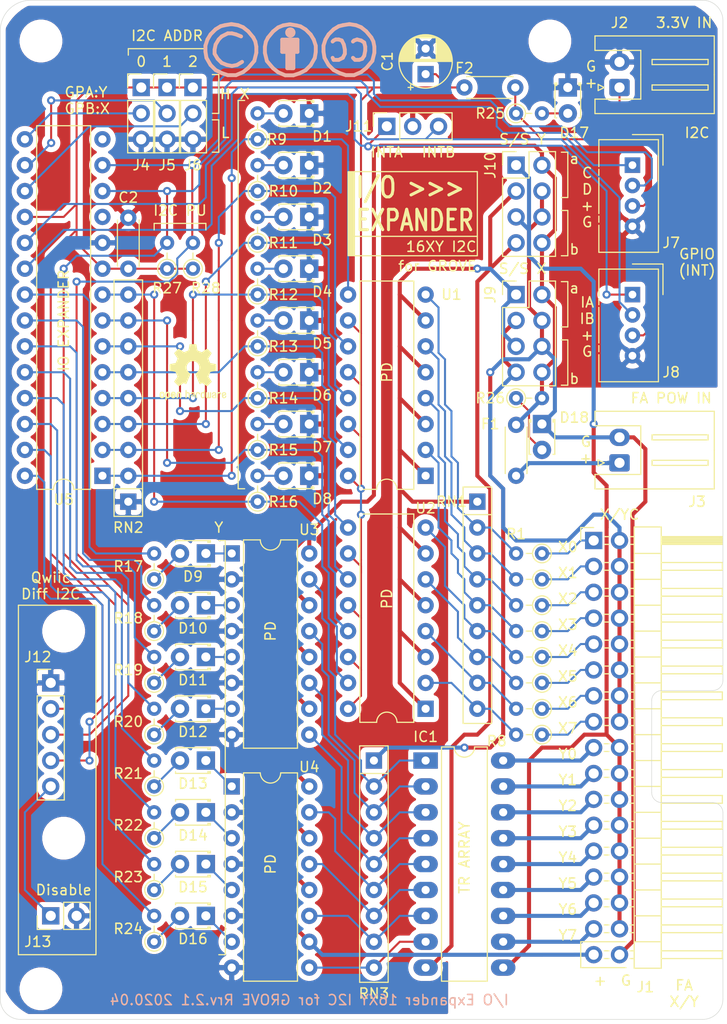
<source format=kicad_pcb>
(kicad_pcb (version 20171130) (host pcbnew "(5.1.5)-3")
  (title_block (title "Edge IO Series - IO Expander") (date 2020-04-28) (rev "Rev 2.2") (company myasu) (comment 4 CC-BY-SA))
  (layers (0 F.Cu signal) (31 B.Cu signal) (34 B.Paste user hide) (35 F.Paste user hide) (36 B.SilkS user) (37 F.SilkS user) (38 B.Mask user hide) (39 F.Mask user hide) (44 Edge.Cuts user))
  (net 0 "")
  (net 1 GND)
  (net 2 +3V3)
  (net 3 "Net-(D1-Pad2)")
  (net 4 "Net-(D2-Pad2)")
  (net 5 "Net-(D3-Pad2)")
  (net 6 "Net-(D4-Pad2)")
  (net 7 "Net-(D5-Pad2)")
  (net 8 "Net-(D6-Pad2)")
  (net 9 "Net-(D7-Pad2)")
  (net 10 "Net-(D8-Pad2)")
  (net 11 "Net-(D9-Pad2)")
  (net 12 "Net-(D10-Pad2)")
  (net 13 "Net-(D11-Pad2)")
  (net 14 "Net-(D12-Pad2)")
  (net 15 "Net-(D13-Pad2)")
  (net 16 "Net-(D14-Pad2)")
  (net 17 "Net-(D15-Pad2)")
  (net 18 "Net-(D16-Pad2)")
  (net 19 "Net-(D17-Pad2)")
  (net 20 +24V)
  (net 21 /Yo00)
  (net 22 /Yo01)
  (net 23 /Y07)
  (net 24 /Yo02)
  (net 25 /Y06)
  (net 26 /Yo03)
  (net 27 /Y05)
  (net 28 /Yo04)
  (net 29 /Y04)
  (net 30 /Yo05)
  (net 31 /Y03)
  (net 32 /Yo06)
  (net 33 /Y02)
  (net 34 /Yo07)
  (net 35 /Y01)
  (net 36 /Y00)
  (net 37 /Xo07)
  (net 38 /Xo06)
  (net 39 /Xo05)
  (net 40 /Xo04)
  (net 41 /Xo03)
  (net 42 /Xo02)
  (net 43 /Xo01)
  (net 44 /Xo00)
  (net 45 /A0)
  (net 46 /A1)
  (net 47 /A2)
  (net 48 /SDA)
  (net 49 /SCL)
  (net 50 /INTB)
  (net 51 /INTA)
  (net 52 /GPB0)
  (net 53 /GPB1)
  (net 54 /GPB2)
  (net 55 /GPB3)
  (net 56 /GPB4)
  (net 57 /GPB5)
  (net 58 /GPB6)
  (net 59 /GPB7)
  (net 60 /GPA0)
  (net 61 /GPA1)
  (net 62 /GPA2)
  (net 63 /GPA3)
  (net 64 /GPA4)
  (net 65 /GPA5)
  (net 66 /GPA6)
  (net 67 /GPA7)
  (net 68 "Net-(D18-Pad2)")
  (net 69 "Net-(D9-Pad1)")
  (net 70 "Net-(D10-Pad1)")
  (net 71 "Net-(D11-Pad1)")
  (net 72 "Net-(D12-Pad1)")
  (net 73 "Net-(D13-Pad1)")
  (net 74 "Net-(D14-Pad1)")
  (net 75 "Net-(D15-Pad1)")
  (net 76 "Net-(D16-Pad1)")
  (net 77 GNDD)
  (net 78 /GNDD_Y)
  (net 79 /+24V_Y)
  (net 80 /GNDD_X)
  (net 81 /+24V_X)
  (net 82 /CON_VDD)
  (net 83 /FA_VDD)
  (net 84 "Net-(J12-Pad5)")
  (net 85 "Net-(R1-Pad2)")
  (net 86 "Net-(R2-Pad2)")
  (net 87 "Net-(R3-Pad2)")
  (net 88 "Net-(R4-Pad2)")
  (net 89 "Net-(R5-Pad2)")
  (net 90 "Net-(R6-Pad2)")
  (net 91 "Net-(R7-Pad2)")
  (net 92 "Net-(R8-Pad2)")
  (module LED_THT:LED_D1.8mm_W3.3mm_H2.4mm (layer F.Cu) (at 116.84 121.92 270)
    (fp_text reference D18 (at -0.635 -3.175 180) (layer F.SilkS))
    (fp_text value "LED(Or)")
    (pad 2 thru_hole circle (at 2.54 0 270) (size 1.8 1.8) (drill 0.9) (layers *.Cu *.Mask) (net 68 "Net-(D18-Pad2)"))
    (pad 1 thru_hole rect (at 0 0 270) (size 1.8 1.8) (drill 0.9) (layers *.Cu *.Mask) (net 77 GNDD))
  )
  (module Connector_PinHeader_2.54mm:PinHeader_1x02_P2.54mm_Vertical (layer F.Cu) (at 68.58 170.18 90)
    (fp_text reference J13 (at -2.54 -1.27 180) (layer F.SilkS))
    (fp_text value "Quiic Disable")
    (pad 2 thru_hole oval (at 0 2.54 90) (size 1.7 1.7) (drill 1) (layers *.Cu *.Mask) (net 1 GND))
    (pad 1 thru_hole rect (at 0 0 90) (size 1.7 1.7) (drill 1) (layers *.Cu *.Mask) (net 84 "Net-(J12-Pad5)"))
  )
  (module MountingHole:MountingHole_3.2mm_M3 (layer F.Cu) (at 69.85 142.24)
    (fp_text reference H9 hide)
    (fp_text value MountingHole)
    (pad 1 np_thru_hole circle (at 0 0) (size 3.2 3.2) (drill 3.2) (layers *.Cu *.Mask))
  )
  (module MountingHole:MountingHole_3.2mm_M3 (layer F.Cu) (at 69.85 162.56)
    (fp_text reference H8 hide)
    (fp_text value MountingHole)
    (pad 1 np_thru_hole circle (at 0 0) (size 3.2 3.2) (drill 3.2) (layers *.Cu *.Mask))
  )
  (module Connector_PinHeader_2.54mm:PinHeader_1x05_P2.54mm_Vertical (layer F.Cu) (at 68.58 147.32)
    (fp_text reference J12 (at -1.27 -2.54) (layer F.SilkS))
    (fp_text value "Qwiic DiffI2C")
    (pad 5 thru_hole oval (at 0 10.16) (size 1.7 1.7) (drill 1) (layers *.Cu *.Mask) (net 84 "Net-(J12-Pad5)"))
    (pad 4 thru_hole oval (at 0 7.62) (size 1.7 1.7) (drill 1) (layers *.Cu *.Mask) (net 49 /SCL))
    (pad 3 thru_hole oval (at 0 5.08) (size 1.7 1.7) (drill 1) (layers *.Cu *.Mask) (net 48 /SDA))
    (pad 2 thru_hole oval (at 0 2.54) (size 1.7 1.7) (drill 1) (layers *.Cu *.Mask) (net 2 +3V3))
    (pad 1 thru_hole rect (at 0 0) (size 1.7 1.7) (drill 1) (layers *.Cu *.Mask) (net 1 GND))
  )
  (module Connector_PinSocket_2.54mm:PinSocket_1x03_P2.54mm_Vertical (layer F.Cu) (at 101.6 92.71 90)
    (fp_text reference J11 (at 0 -2.77 180) (layer F.SilkS))
    (fp_text value "INT Check")
    (pad 3 thru_hole oval (at 0 5.08 90) (size 1.7 1.7) (drill 1) (layers *.Cu *.Mask) (net 50 /INTB))
    (pad 2 thru_hole oval (at 0 2.54 90) (size 1.7 1.7) (drill 1) (layers *.Cu *.Mask) (net 1 GND))
    (pad 1 thru_hole rect (at 0 0 90) (size 1.7 1.7) (drill 1) (layers *.Cu *.Mask) (net 51 /INTA))
  )
  (module Capacitor_THT:C_Disc_D4.3mm_W1.9mm_P5.00mm (layer F.Cu) (at 76.2 106.68 90)
    (fp_text reference C2 (at 6.985 0 180) (layer F.SilkS))
    (fp_text value 0.1u)
    (pad 2 thru_hole circle (at 5 0 90) (size 1.6 1.6) (drill 0.8) (layers *.Cu *.Mask) (net 1 GND))
    (pad 1 thru_hole circle (at 0 0 90) (size 1.6 1.6) (drill 0.8) (layers *.Cu *.Mask) (net 2 +3V3))
  )
  (module MountingHole:MountingHole_3.2mm_M3 (layer F.Cu) (at 118.62 177.34)
    (fp_text reference H1 hide)
    (fp_text value MountingHole)
    (pad 1 np_thru_hole circle (at 0 0) (size 3.2 3.2) (drill 3.2) (layers *.Cu *.Mask))
  )
  (module Resistor_THT:R_Axial_DIN0204_L3.6mm_D1.6mm_P2.54mm_Vertical (layer F.Cu) (at 82.55 106.68 90)
    (fp_text reference R28 (at -1.905 1.27 180) (layer F.SilkS))
    (fp_text value 1k)
    (pad 2 thru_hole oval (at 2.54 0 90) (size 1.4 1.4) (drill 0.7) (layers *.Cu *.Mask) (net 48 /SDA))
    (pad 1 thru_hole circle (at 0 0 90) (size 1.4 1.4) (drill 0.7) (layers *.Cu *.Mask) (net 2 +3V3))
  )
  (module Resistor_THT:R_Axial_DIN0204_L3.6mm_D1.6mm_P2.54mm_Vertical (layer F.Cu) (at 80.01 106.68 90)
    (fp_text reference R27 (at -1.905 0 180) (layer F.SilkS))
    (fp_text value 1k)
    (pad 2 thru_hole oval (at 2.54 0 90) (size 1.4 1.4) (drill 0.7) (layers *.Cu *.Mask) (net 49 /SCL))
    (pad 1 thru_hole circle (at 0 0 90) (size 1.4 1.4) (drill 0.7) (layers *.Cu *.Mask) (net 2 +3V3))
  )
  (module Package_DIP:DIP-16_W7.62mm (layer F.Cu) (at 86.36 134.62)
    (fp_text reference U3 (at 7.62 -2.33) (layer F.SilkS))
    (fp_text value TLP627-4)
    (pad 16 thru_hole oval (at 7.62 0) (size 1.6 1.6) (drill 0.8) (layers *.Cu *.Mask) (net 20 +24V))
    (pad 8 thru_hole oval (at 0 17.78) (size 1.6 1.6) (drill 0.8) (layers *.Cu *.Mask) (net 1 GND))
    (pad 15 thru_hole oval (at 7.62 2.54) (size 1.6 1.6) (drill 0.8) (layers *.Cu *.Mask) (net 36 /Y00))
    (pad 7 thru_hole oval (at 0 15.24) (size 1.6 1.6) (drill 0.8) (layers *.Cu *.Mask) (net 72 "Net-(D12-Pad1)"))
    (pad 14 thru_hole oval (at 7.62 5.08) (size 1.6 1.6) (drill 0.8) (layers *.Cu *.Mask) (net 20 +24V))
    (pad 6 thru_hole oval (at 0 12.7) (size 1.6 1.6) (drill 0.8) (layers *.Cu *.Mask) (net 1 GND))
    (pad 13 thru_hole oval (at 7.62 7.62) (size 1.6 1.6) (drill 0.8) (layers *.Cu *.Mask) (net 35 /Y01))
    (pad 5 thru_hole oval (at 0 10.16) (size 1.6 1.6) (drill 0.8) (layers *.Cu *.Mask) (net 71 "Net-(D11-Pad1)"))
    (pad 12 thru_hole oval (at 7.62 10.16) (size 1.6 1.6) (drill 0.8) (layers *.Cu *.Mask) (net 20 +24V))
    (pad 4 thru_hole oval (at 0 7.62) (size 1.6 1.6) (drill 0.8) (layers *.Cu *.Mask) (net 1 GND))
    (pad 11 thru_hole oval (at 7.62 12.7) (size 1.6 1.6) (drill 0.8) (layers *.Cu *.Mask) (net 33 /Y02))
    (pad 3 thru_hole oval (at 0 5.08) (size 1.6 1.6) (drill 0.8) (layers *.Cu *.Mask) (net 70 "Net-(D10-Pad1)"))
    (pad 10 thru_hole oval (at 7.62 15.24) (size 1.6 1.6) (drill 0.8) (layers *.Cu *.Mask) (net 20 +24V))
    (pad 2 thru_hole oval (at 0 2.54) (size 1.6 1.6) (drill 0.8) (layers *.Cu *.Mask) (net 1 GND))
    (pad 9 thru_hole oval (at 7.62 17.78) (size 1.6 1.6) (drill 0.8) (layers *.Cu *.Mask) (net 31 /Y03))
    (pad 1 thru_hole rect (at 0 0) (size 1.6 1.6) (drill 0.8) (layers *.Cu *.Mask) (net 69 "Net-(D9-Pad1)"))
  )
  (module Capacitor_THT:CP_Radial_D5.0mm_P2.50mm (layer F.Cu) (at 105.41 87.59 90)
    (fp_text reference C1 (at 1.25 -3.75 90) (layer F.SilkS))
    (fp_text value 100u)
    (pad 2 thru_hole circle (at 2.5 0 90) (size 1.6 1.6) (drill 0.8) (layers *.Cu *.Mask) (net 1 GND))
    (pad 1 thru_hole rect (at 0 0 90) (size 1.6 1.6) (drill 0.8) (layers *.Cu *.Mask) (net 2 +3V3))
  )
  (module MountingHole:MountingHole_3.2mm_M3 (layer F.Cu) (at 116.08 129.34)
    (fp_text reference H7 hide)
    (fp_text value MountingHole)
    (pad 1 np_thru_hole circle (at 0 0) (size 3.2 3.2) (drill 3.2) (layers *.Cu *.Mask))
  )
  (module LED_THT:LED_D1.8mm_W3.3mm_H2.4mm (layer F.Cu) (at 119.38 88.9 270)
    (fp_text reference D17 (at 4.445 -0.635 180) (layer F.SilkS))
    (fp_text value "LED(R)")
    (pad 2 thru_hole circle (at 2.54 0 270) (size 1.8 1.8) (drill 0.9) (layers *.Cu *.Mask) (net 19 "Net-(D17-Pad2)"))
    (pad 1 thru_hole rect (at 0 0 270) (size 1.8 1.8) (drill 0.9) (layers *.Cu *.Mask) (net 1 GND))
  )
  (module MountingHole:MountingHole_3.2mm_M3 (layer F.Cu) (at 117.62 84.34)
    (fp_text reference H2 hide)
    (fp_text value MountingHole)
    (pad 1 np_thru_hole circle (at 0 0) (size 3.2 3.2) (drill 3.2) (layers *.Cu *.Mask))
  )
  (module _my_kicad_symbol:CC-BY-SA (layer F.Cu) (at 92.12 85.34)
    (fp_text reference H6 hide)
    (fp_text value MountingHole)
  )
  (module Symbol:OSHW-Logo2_7.3x6mm_SilkScreen (layer F.Cu) (at 82.55 116.84)
    (fp_text reference H5 hide)
    (fp_text value MountingHole hide)
  )
  (module MountingHole:MountingHole_3.2mm_M3 (layer F.Cu) (at 67.62 177.34)
    (fp_text reference H4 hide)
    (fp_text value MountingHole)
    (pad 1 np_thru_hole circle (at 0 0) (size 3.2 3.2) (drill 3.2) (layers *.Cu *.Mask))
  )
  (module MountingHole:MountingHole_3.2mm_M3 (layer F.Cu) (at 67.62 84.34)
    (fp_text reference H3 hide)
    (fp_text value MountingHole)
    (pad 1 np_thru_hole circle (at 0 0) (size 3.2 3.2) (drill 3.2) (layers *.Cu *.Mask))
  )
  (module Resistor_THT:R_Axial_DIN0204_L3.6mm_D1.6mm_P2.54mm_Vertical (layer F.Cu) (at 88.9 109.22 90)
    (fp_text reference R12 (at 0 2.54 180) (layer F.SilkS))
    (fp_text value 1k)
    (pad 2 thru_hole oval (at 2.54 0 90) (size 1.4 1.4) (drill 0.7) (layers *.Cu *.Mask) (net 6 "Net-(D4-Pad2)"))
    (pad 1 thru_hole circle (at 0 0 90) (size 1.4 1.4) (drill 0.7) (layers *.Cu *.Mask) (net 55 /GPB3))
  )
  (module Resistor_THT:R_Array_SIP9 (layer F.Cu) (at 100.33 154.94 270)
    (fp_text reference RN3 (at 22.86 0 180) (layer F.SilkS))
    (fp_text value 10k)
    (pad 9 thru_hole oval (at 20.32 0 270) (size 1.6 1.6) (drill 0.8) (layers *.Cu *.Mask) (net 23 /Y07))
    (pad 8 thru_hole oval (at 17.78 0 270) (size 1.6 1.6) (drill 0.8) (layers *.Cu *.Mask) (net 25 /Y06))
    (pad 7 thru_hole oval (at 15.24 0 270) (size 1.6 1.6) (drill 0.8) (layers *.Cu *.Mask) (net 27 /Y05))
    (pad 6 thru_hole oval (at 12.7 0 270) (size 1.6 1.6) (drill 0.8) (layers *.Cu *.Mask) (net 29 /Y04))
    (pad 5 thru_hole oval (at 10.16 0 270) (size 1.6 1.6) (drill 0.8) (layers *.Cu *.Mask) (net 31 /Y03))
    (pad 4 thru_hole oval (at 7.62 0 270) (size 1.6 1.6) (drill 0.8) (layers *.Cu *.Mask) (net 33 /Y02))
    (pad 3 thru_hole oval (at 5.08 0 270) (size 1.6 1.6) (drill 0.8) (layers *.Cu *.Mask) (net 35 /Y01))
    (pad 2 thru_hole oval (at 2.54 0 270) (size 1.6 1.6) (drill 0.8) (layers *.Cu *.Mask) (net 36 /Y00))
    (pad 1 thru_hole rect (at 0 0 270) (size 1.6 1.6) (drill 0.8) (layers *.Cu *.Mask) (net 77 GNDD))
  )
  (module Package_DIP:DIP-16_W7.62mm (layer F.Cu) (at 105.41 127 180)
    (fp_text reference U1 (at -2.54 17.78) (layer F.SilkS))
    (fp_text value TLP627-4)
    (pad 16 thru_hole oval (at 7.62 0 180) (size 1.6 1.6) (drill 0.8) (layers *.Cu *.Mask) (net 2 +3V3))
    (pad 8 thru_hole oval (at 0 17.78 180) (size 1.6 1.6) (drill 0.8) (layers *.Cu *.Mask) (net 85 "Net-(R1-Pad2)"))
    (pad 15 thru_hole oval (at 7.62 2.54 180) (size 1.6 1.6) (drill 0.8) (layers *.Cu *.Mask) (net 55 /GPB3))
    (pad 7 thru_hole oval (at 0 15.24 180) (size 1.6 1.6) (drill 0.8) (layers *.Cu *.Mask) (net 81 /+24V_X))
    (pad 14 thru_hole oval (at 7.62 5.08 180) (size 1.6 1.6) (drill 0.8) (layers *.Cu *.Mask) (net 2 +3V3))
    (pad 6 thru_hole oval (at 0 12.7 180) (size 1.6 1.6) (drill 0.8) (layers *.Cu *.Mask) (net 86 "Net-(R2-Pad2)"))
    (pad 13 thru_hole oval (at 7.62 7.62 180) (size 1.6 1.6) (drill 0.8) (layers *.Cu *.Mask) (net 54 /GPB2))
    (pad 5 thru_hole oval (at 0 10.16 180) (size 1.6 1.6) (drill 0.8) (layers *.Cu *.Mask) (net 81 /+24V_X))
    (pad 12 thru_hole oval (at 7.62 10.16 180) (size 1.6 1.6) (drill 0.8) (layers *.Cu *.Mask) (net 2 +3V3))
    (pad 4 thru_hole oval (at 0 7.62 180) (size 1.6 1.6) (drill 0.8) (layers *.Cu *.Mask) (net 87 "Net-(R3-Pad2)"))
    (pad 11 thru_hole oval (at 7.62 12.7 180) (size 1.6 1.6) (drill 0.8) (layers *.Cu *.Mask) (net 53 /GPB1))
    (pad 3 thru_hole oval (at 0 5.08 180) (size 1.6 1.6) (drill 0.8) (layers *.Cu *.Mask) (net 81 /+24V_X))
    (pad 10 thru_hole oval (at 7.62 15.24 180) (size 1.6 1.6) (drill 0.8) (layers *.Cu *.Mask) (net 2 +3V3))
    (pad 2 thru_hole oval (at 0 2.54 180) (size 1.6 1.6) (drill 0.8) (layers *.Cu *.Mask) (net 88 "Net-(R4-Pad2)"))
    (pad 9 thru_hole oval (at 7.62 17.78 180) (size 1.6 1.6) (drill 0.8) (layers *.Cu *.Mask) (net 52 /GPB0))
    (pad 1 thru_hole rect (at 0 0 180) (size 1.6 1.6) (drill 0.8) (layers *.Cu *.Mask) (net 81 /+24V_X))
  )
  (module Package_DIP:DIP-16_W7.62mm (layer F.Cu) (at 105.41 149.86 180)
    (fp_text reference U2 (at 0 19.685) (layer F.SilkS))
    (fp_text value TLP627-4)
    (pad 16 thru_hole oval (at 7.62 0 180) (size 1.6 1.6) (drill 0.8) (layers *.Cu *.Mask) (net 2 +3V3))
    (pad 8 thru_hole oval (at 0 17.78 180) (size 1.6 1.6) (drill 0.8) (layers *.Cu *.Mask) (net 89 "Net-(R5-Pad2)"))
    (pad 15 thru_hole oval (at 7.62 2.54 180) (size 1.6 1.6) (drill 0.8) (layers *.Cu *.Mask) (net 59 /GPB7))
    (pad 7 thru_hole oval (at 0 15.24 180) (size 1.6 1.6) (drill 0.8) (layers *.Cu *.Mask) (net 81 /+24V_X))
    (pad 14 thru_hole oval (at 7.62 5.08 180) (size 1.6 1.6) (drill 0.8) (layers *.Cu *.Mask) (net 2 +3V3))
    (pad 6 thru_hole oval (at 0 12.7 180) (size 1.6 1.6) (drill 0.8) (layers *.Cu *.Mask) (net 90 "Net-(R6-Pad2)"))
    (pad 13 thru_hole oval (at 7.62 7.62 180) (size 1.6 1.6) (drill 0.8) (layers *.Cu *.Mask) (net 58 /GPB6))
    (pad 5 thru_hole oval (at 0 10.16 180) (size 1.6 1.6) (drill 0.8) (layers *.Cu *.Mask) (net 81 /+24V_X))
    (pad 12 thru_hole oval (at 7.62 10.16 180) (size 1.6 1.6) (drill 0.8) (layers *.Cu *.Mask) (net 2 +3V3))
    (pad 4 thru_hole oval (at 0 7.62 180) (size 1.6 1.6) (drill 0.8) (layers *.Cu *.Mask) (net 91 "Net-(R7-Pad2)"))
    (pad 11 thru_hole oval (at 7.62 12.7 180) (size 1.6 1.6) (drill 0.8) (layers *.Cu *.Mask) (net 57 /GPB5))
    (pad 3 thru_hole oval (at 0 5.08 180) (size 1.6 1.6) (drill 0.8) (layers *.Cu *.Mask) (net 81 /+24V_X))
    (pad 10 thru_hole oval (at 7.62 15.24 180) (size 1.6 1.6) (drill 0.8) (layers *.Cu *.Mask) (net 2 +3V3))
    (pad 2 thru_hole oval (at 0 2.54 180) (size 1.6 1.6) (drill 0.8) (layers *.Cu *.Mask) (net 92 "Net-(R8-Pad2)"))
    (pad 9 thru_hole oval (at 7.62 17.78 180) (size 1.6 1.6) (drill 0.8) (layers *.Cu *.Mask) (net 56 /GPB4))
    (pad 1 thru_hole rect (at 0 0 180) (size 1.6 1.6) (drill 0.8) (layers *.Cu *.Mask) (net 81 /+24V_X))
  )
  (module Connector_JST:JST_XH_S2B-XH-A_1x02_P2.50mm_Horizontal (layer F.Cu) (at 124.46 125.73 90)
    (fp_text reference J3 (at -3.81 7.62 180) (layer F.SilkS))
    (fp_text value "FA Power In")
    (pad 2 thru_hole oval (at 2.5 0 90) (size 1.7 2) (drill 1) (layers *.Cu *.Mask) (net 77 GNDD))
    (pad 1 thru_hole roundrect (at 0 0 90) (size 1.7 2) (drill 1) (layers *.Cu *.Mask) (roundrect_rratio 0.147059) (net 83 /FA_VDD))
  )
  (module Connector_JST:JST_XH_S2B-XH-A_1x02_P2.50mm_Horizontal (layer F.Cu) (at 124.46 88.9 90)
    (fp_text reference J2 (at 6.35 0 180) (layer F.SilkS))
    (fp_text value "Con Power In")
    (pad 2 thru_hole oval (at 2.5 0 90) (size 1.7 2) (drill 1) (layers *.Cu *.Mask) (net 1 GND))
    (pad 1 thru_hole roundrect (at 0 0 90) (size 1.7 2) (drill 1) (layers *.Cu *.Mask) (roundrect_rratio 0.147059) (net 82 /CON_VDD))
  )
  (module Capacitor_THT:C_Disc_D4.3mm_W1.9mm_P5.00mm (layer F.Cu) (at 114.3 127 90)
    (fp_text reference F1 (at 5.08 -2.54 180) (layer F.SilkS))
    (fp_text value "0.25A(MAX0.5)")
    (pad 2 thru_hole circle (at 5 0 90) (size 1.6 1.6) (drill 0.8) (layers *.Cu *.Mask) (net 20 +24V))
    (pad 1 thru_hole circle (at 0 0 90) (size 1.6 1.6) (drill 0.8) (layers *.Cu *.Mask) (net 83 /FA_VDD))
  )
  (module Resistor_THT:R_Array_SIP9 (layer F.Cu) (at 76.2 129.54 90)
    (fp_text reference RN2 (at -2.54 0 180) (layer F.SilkS))
    (fp_text value 4.7k)
    (pad 9 thru_hole oval (at 20.32 0 90) (size 1.6 1.6) (drill 0.8) (layers *.Cu *.Mask) (net 59 /GPB7))
    (pad 8 thru_hole oval (at 17.78 0 90) (size 1.6 1.6) (drill 0.8) (layers *.Cu *.Mask) (net 58 /GPB6))
    (pad 7 thru_hole oval (at 15.24 0 90) (size 1.6 1.6) (drill 0.8) (layers *.Cu *.Mask) (net 57 /GPB5))
    (pad 6 thru_hole oval (at 12.7 0 90) (size 1.6 1.6) (drill 0.8) (layers *.Cu *.Mask) (net 56 /GPB4))
    (pad 5 thru_hole oval (at 10.16 0 90) (size 1.6 1.6) (drill 0.8) (layers *.Cu *.Mask) (net 55 /GPB3))
    (pad 4 thru_hole oval (at 7.62 0 90) (size 1.6 1.6) (drill 0.8) (layers *.Cu *.Mask) (net 54 /GPB2))
    (pad 3 thru_hole oval (at 5.08 0 90) (size 1.6 1.6) (drill 0.8) (layers *.Cu *.Mask) (net 53 /GPB1))
    (pad 2 thru_hole oval (at 2.54 0 90) (size 1.6 1.6) (drill 0.8) (layers *.Cu *.Mask) (net 52 /GPB0))
    (pad 1 thru_hole rect (at 0 0 90) (size 1.6 1.6) (drill 0.8) (layers *.Cu *.Mask) (net 1 GND))
  )
  (module Resistor_THT:R_Array_SIP9 (layer F.Cu) (at 110.49 129.54 270)
    (fp_text reference RN1 (at 0 2.54 180) (layer F.SilkS))
    (fp_text value 4.7k)
    (pad 9 thru_hole oval (at 20.32 0 270) (size 1.6 1.6) (drill 0.8) (layers *.Cu *.Mask) (net 92 "Net-(R8-Pad2)"))
    (pad 8 thru_hole oval (at 17.78 0 270) (size 1.6 1.6) (drill 0.8) (layers *.Cu *.Mask) (net 91 "Net-(R7-Pad2)"))
    (pad 7 thru_hole oval (at 15.24 0 270) (size 1.6 1.6) (drill 0.8) (layers *.Cu *.Mask) (net 90 "Net-(R6-Pad2)"))
    (pad 6 thru_hole oval (at 12.7 0 270) (size 1.6 1.6) (drill 0.8) (layers *.Cu *.Mask) (net 89 "Net-(R5-Pad2)"))
    (pad 5 thru_hole oval (at 10.16 0 270) (size 1.6 1.6) (drill 0.8) (layers *.Cu *.Mask) (net 88 "Net-(R4-Pad2)"))
    (pad 4 thru_hole oval (at 7.62 0 270) (size 1.6 1.6) (drill 0.8) (layers *.Cu *.Mask) (net 87 "Net-(R3-Pad2)"))
    (pad 3 thru_hole oval (at 5.08 0 270) (size 1.6 1.6) (drill 0.8) (layers *.Cu *.Mask) (net 86 "Net-(R2-Pad2)"))
    (pad 2 thru_hole oval (at 2.54 0 270) (size 1.6 1.6) (drill 0.8) (layers *.Cu *.Mask) (net 85 "Net-(R1-Pad2)"))
    (pad 1 thru_hole rect (at 0 0 270) (size 1.6 1.6) (drill 0.8) (layers *.Cu *.Mask) (net 81 /+24V_X))
  )
  (module Connector_PinHeader_2.54mm:PinHeader_2x04_P2.54mm_Vertical (layer F.Cu) (at 114.3 96.52)
    (fp_text reference J10 (at -2.54 0 90) (layer F.SilkS))
    (fp_text value "S/S Y")
    (pad 8 thru_hole oval (at 2.54 7.62) (size 1.7 1.7) (drill 1) (layers *.Cu *.Mask) (net 20 +24V))
    (pad 7 thru_hole oval (at 0 7.62) (size 1.7 1.7) (drill 1) (layers *.Cu *.Mask) (net 78 /GNDD_Y))
    (pad 6 thru_hole oval (at 2.54 5.08) (size 1.7 1.7) (drill 1) (layers *.Cu *.Mask) (net 77 GNDD))
    (pad 5 thru_hole oval (at 0 5.08) (size 1.7 1.7) (drill 1) (layers *.Cu *.Mask) (net 79 /+24V_Y))
    (pad 4 thru_hole oval (at 2.54 2.54) (size 1.7 1.7) (drill 1) (layers *.Cu *.Mask) (net 77 GNDD))
    (pad 3 thru_hole oval (at 0 2.54) (size 1.7 1.7) (drill 1) (layers *.Cu *.Mask) (net 78 /GNDD_Y))
    (pad 2 thru_hole oval (at 2.54 0) (size 1.7 1.7) (drill 1) (layers *.Cu *.Mask) (net 20 +24V))
    (pad 1 thru_hole rect (at 0 0) (size 1.7 1.7) (drill 1) (layers *.Cu *.Mask) (net 79 /+24V_Y))
  )
  (module Connector_PinHeader_2.54mm:PinHeader_2x04_P2.54mm_Vertical (layer F.Cu) (at 114.3 109.22)
    (fp_text reference J9 (at -2.54 0 90) (layer F.SilkS))
    (fp_text value "S/S X")
    (pad 8 thru_hole oval (at 2.54 7.62) (size 1.7 1.7) (drill 1) (layers *.Cu *.Mask) (net 20 +24V))
    (pad 7 thru_hole oval (at 0 7.62) (size 1.7 1.7) (drill 1) (layers *.Cu *.Mask) (net 80 /GNDD_X))
    (pad 6 thru_hole oval (at 2.54 5.08) (size 1.7 1.7) (drill 1) (layers *.Cu *.Mask) (net 77 GNDD))
    (pad 5 thru_hole oval (at 0 5.08) (size 1.7 1.7) (drill 1) (layers *.Cu *.Mask) (net 81 /+24V_X))
    (pad 4 thru_hole oval (at 2.54 2.54) (size 1.7 1.7) (drill 1) (layers *.Cu *.Mask) (net 77 GNDD))
    (pad 3 thru_hole oval (at 0 2.54) (size 1.7 1.7) (drill 1) (layers *.Cu *.Mask) (net 80 /GNDD_X))
    (pad 2 thru_hole oval (at 2.54 0) (size 1.7 1.7) (drill 1) (layers *.Cu *.Mask) (net 20 +24V))
    (pad 1 thru_hole rect (at 0 0) (size 1.7 1.7) (drill 1) (layers *.Cu *.Mask) (net 81 /+24V_X))
  )
  (module Capacitor_THT:C_Disc_D4.3mm_W1.9mm_P5.00mm (layer F.Cu) (at 114.22 88.9 180)
    (fp_text reference F2 (at 5 1.905) (layer F.SilkS))
    (fp_text value "0.17A(MAX0.34)")
    (pad 2 thru_hole circle (at 5 0 180) (size 1.6 1.6) (drill 0.8) (layers *.Cu *.Mask) (net 2 +3V3))
    (pad 1 thru_hole circle (at 0 0 180) (size 1.6 1.6) (drill 0.8) (layers *.Cu *.Mask) (net 82 /CON_VDD))
  )
  (module Resistor_THT:R_Axial_DIN0204_L3.6mm_D1.6mm_P2.54mm_Vertical (layer F.Cu) (at 114.3 119.38)
    (fp_text reference R26 (at -2.54 0) (layer F.SilkS))
    (fp_text value 4.7k)
    (pad 2 thru_hole oval (at 2.54 0) (size 1.4 1.4) (drill 0.7) (layers *.Cu *.Mask) (net 20 +24V))
    (pad 1 thru_hole circle (at 0 0) (size 1.4 1.4) (drill 0.7) (layers *.Cu *.Mask) (net 68 "Net-(D18-Pad2)"))
  )
  (module Package_DIP:DIP-28_W7.62mm (layer F.Cu) (at 73.66 127 180)
    (fp_text reference U5 (at 3.81 -2.33) (layer F.SilkS))
    (fp_text value MCP23017_SP)
    (pad 28 thru_hole oval (at 7.62 0 180) (size 1.6 1.6) (drill 0.8) (layers *.Cu *.Mask) (net 67 /GPA7))
    (pad 14 thru_hole oval (at 0 33.02 180) (size 1.6 1.6) (drill 0.8) (layers *.Cu *.Mask))
    (pad 27 thru_hole oval (at 7.62 2.54 180) (size 1.6 1.6) (drill 0.8) (layers *.Cu *.Mask) (net 66 /GPA6))
    (pad 13 thru_hole oval (at 0 30.48 180) (size 1.6 1.6) (drill 0.8) (layers *.Cu *.Mask) (net 48 /SDA))
    (pad 26 thru_hole oval (at 7.62 5.08 180) (size 1.6 1.6) (drill 0.8) (layers *.Cu *.Mask) (net 65 /GPA5))
    (pad 12 thru_hole oval (at 0 27.94 180) (size 1.6 1.6) (drill 0.8) (layers *.Cu *.Mask) (net 49 /SCL))
    (pad 25 thru_hole oval (at 7.62 7.62 180) (size 1.6 1.6) (drill 0.8) (layers *.Cu *.Mask) (net 64 /GPA4))
    (pad 11 thru_hole oval (at 0 25.4 180) (size 1.6 1.6) (drill 0.8) (layers *.Cu *.Mask))
    (pad 24 thru_hole oval (at 7.62 10.16 180) (size 1.6 1.6) (drill 0.8) (layers *.Cu *.Mask) (net 63 /GPA3))
    (pad 10 thru_hole oval (at 0 22.86 180) (size 1.6 1.6) (drill 0.8) (layers *.Cu *.Mask) (net 1 GND))
    (pad 23 thru_hole oval (at 7.62 12.7 180) (size 1.6 1.6) (drill 0.8) (layers *.Cu *.Mask) (net 62 /GPA2))
    (pad 9 thru_hole oval (at 0 20.32 180) (size 1.6 1.6) (drill 0.8) (layers *.Cu *.Mask) (net 2 +3V3))
    (pad 22 thru_hole oval (at 7.62 15.24 180) (size 1.6 1.6) (drill 0.8) (layers *.Cu *.Mask) (net 61 /GPA1))
    (pad 8 thru_hole oval (at 0 17.78 180) (size 1.6 1.6) (drill 0.8) (layers *.Cu *.Mask) (net 59 /GPB7))
    (pad 21 thru_hole oval (at 7.62 17.78 180) (size 1.6 1.6) (drill 0.8) (layers *.Cu *.Mask) (net 60 /GPA0))
    (pad 7 thru_hole oval (at 0 15.24 180) (size 1.6 1.6) (drill 0.8) (layers *.Cu *.Mask) (net 58 /GPB6))
    (pad 20 thru_hole oval (at 7.62 20.32 180) (size 1.6 1.6) (drill 0.8) (layers *.Cu *.Mask) (net 51 /INTA))
    (pad 6 thru_hole oval (at 0 12.7 180) (size 1.6 1.6) (drill 0.8) (layers *.Cu *.Mask) (net 57 /GPB5))
    (pad 19 thru_hole oval (at 7.62 22.86 180) (size 1.6 1.6) (drill 0.8) (layers *.Cu *.Mask) (net 50 /INTB))
    (pad 5 thru_hole oval (at 0 10.16 180) (size 1.6 1.6) (drill 0.8) (layers *.Cu *.Mask) (net 56 /GPB4))
    (pad 18 thru_hole oval (at 7.62 25.4 180) (size 1.6 1.6) (drill 0.8) (layers *.Cu *.Mask) (net 2 +3V3))
    (pad 4 thru_hole oval (at 0 7.62 180) (size 1.6 1.6) (drill 0.8) (layers *.Cu *.Mask) (net 55 /GPB3))
    (pad 17 thru_hole oval (at 7.62 27.94 180) (size 1.6 1.6) (drill 0.8) (layers *.Cu *.Mask) (net 47 /A2))
    (pad 3 thru_hole oval (at 0 5.08 180) (size 1.6 1.6) (drill 0.8) (layers *.Cu *.Mask) (net 54 /GPB2))
    (pad 16 thru_hole oval (at 7.62 30.48 180) (size 1.6 1.6) (drill 0.8) (layers *.Cu *.Mask) (net 46 /A1))
    (pad 2 thru_hole oval (at 0 2.54 180) (size 1.6 1.6) (drill 0.8) (layers *.Cu *.Mask) (net 53 /GPB1))
    (pad 15 thru_hole oval (at 7.62 33.02 180) (size 1.6 1.6) (drill 0.8) (layers *.Cu *.Mask) (net 45 /A0))
    (pad 1 thru_hole rect (at 0 0 180) (size 1.6 1.6) (drill 0.8) (layers *.Cu *.Mask) (net 52 /GPB0))
  )
  (module Package_DIP:DIP-16_W7.62mm (layer F.Cu) (at 86.36 157.48)
    (fp_text reference U4 (at 7.62 -1.905) (layer F.SilkS))
    (fp_text value TLP627-4)
    (pad 16 thru_hole oval (at 7.62 0) (size 1.6 1.6) (drill 0.8) (layers *.Cu *.Mask) (net 20 +24V))
    (pad 8 thru_hole oval (at 0 17.78) (size 1.6 1.6) (drill 0.8) (layers *.Cu *.Mask) (net 1 GND))
    (pad 15 thru_hole oval (at 7.62 2.54) (size 1.6 1.6) (drill 0.8) (layers *.Cu *.Mask) (net 29 /Y04))
    (pad 7 thru_hole oval (at 0 15.24) (size 1.6 1.6) (drill 0.8) (layers *.Cu *.Mask) (net 76 "Net-(D16-Pad1)"))
    (pad 14 thru_hole oval (at 7.62 5.08) (size 1.6 1.6) (drill 0.8) (layers *.Cu *.Mask) (net 20 +24V))
    (pad 6 thru_hole oval (at 0 12.7) (size 1.6 1.6) (drill 0.8) (layers *.Cu *.Mask) (net 1 GND))
    (pad 13 thru_hole oval (at 7.62 7.62) (size 1.6 1.6) (drill 0.8) (layers *.Cu *.Mask) (net 27 /Y05))
    (pad 5 thru_hole oval (at 0 10.16) (size 1.6 1.6) (drill 0.8) (layers *.Cu *.Mask) (net 75 "Net-(D15-Pad1)"))
    (pad 12 thru_hole oval (at 7.62 10.16) (size 1.6 1.6) (drill 0.8) (layers *.Cu *.Mask) (net 20 +24V))
    (pad 4 thru_hole oval (at 0 7.62) (size 1.6 1.6) (drill 0.8) (layers *.Cu *.Mask) (net 1 GND))
    (pad 11 thru_hole oval (at 7.62 12.7) (size 1.6 1.6) (drill 0.8) (layers *.Cu *.Mask) (net 25 /Y06))
    (pad 3 thru_hole oval (at 0 5.08) (size 1.6 1.6) (drill 0.8) (layers *.Cu *.Mask) (net 74 "Net-(D14-Pad1)"))
    (pad 10 thru_hole oval (at 7.62 15.24) (size 1.6 1.6) (drill 0.8) (layers *.Cu *.Mask) (net 20 +24V))
    (pad 2 thru_hole oval (at 0 2.54) (size 1.6 1.6) (drill 0.8) (layers *.Cu *.Mask) (net 1 GND))
    (pad 9 thru_hole oval (at 7.62 17.78) (size 1.6 1.6) (drill 0.8) (layers *.Cu *.Mask) (net 23 /Y07))
    (pad 1 thru_hole rect (at 0 0) (size 1.6 1.6) (drill 0.8) (layers *.Cu *.Mask) (net 73 "Net-(D13-Pad1)"))
  )
  (module Resistor_THT:R_Axial_DIN0204_L3.6mm_D1.6mm_P2.54mm_Vertical (layer F.Cu) (at 114.3 91.44)
    (fp_text reference R25 (at -2.54 0) (layer F.SilkS))
    (fp_text value 1k)
    (pad 2 thru_hole oval (at 2.54 0) (size 1.4 1.4) (drill 0.7) (layers *.Cu *.Mask) (net 19 "Net-(D17-Pad2)"))
    (pad 1 thru_hole circle (at 0 0) (size 1.4 1.4) (drill 0.7) (layers *.Cu *.Mask) (net 82 /CON_VDD))
  )
  (module Resistor_THT:R_Axial_DIN0204_L3.6mm_D1.6mm_P2.54mm_Vertical (layer F.Cu) (at 88.9 129.54 90)
    (fp_text reference R16 (at 0 2.54 180) (layer F.SilkS))
    (fp_text value 1k)
    (pad 2 thru_hole oval (at 2.54 0 90) (size 1.4 1.4) (drill 0.7) (layers *.Cu *.Mask) (net 10 "Net-(D8-Pad2)"))
    (pad 1 thru_hole circle (at 0 0 90) (size 1.4 1.4) (drill 0.7) (layers *.Cu *.Mask) (net 59 /GPB7))
  )
  (module Resistor_THT:R_Axial_DIN0204_L3.6mm_D1.6mm_P2.54mm_Vertical (layer F.Cu) (at 88.9 124.46 90)
    (fp_text reference R15 (at 0 2.54 180) (layer F.SilkS))
    (fp_text value 1k)
    (pad 2 thru_hole oval (at 2.54 0 90) (size 1.4 1.4) (drill 0.7) (layers *.Cu *.Mask) (net 9 "Net-(D7-Pad2)"))
    (pad 1 thru_hole circle (at 0 0 90) (size 1.4 1.4) (drill 0.7) (layers *.Cu *.Mask) (net 58 /GPB6))
  )
  (module Resistor_THT:R_Axial_DIN0204_L3.6mm_D1.6mm_P2.54mm_Vertical (layer F.Cu) (at 88.9 119.38 90)
    (fp_text reference R14 (at 0 2.54 180) (layer F.SilkS))
    (fp_text value 1k)
    (pad 2 thru_hole oval (at 2.54 0 90) (size 1.4 1.4) (drill 0.7) (layers *.Cu *.Mask) (net 8 "Net-(D6-Pad2)"))
    (pad 1 thru_hole circle (at 0 0 90) (size 1.4 1.4) (drill 0.7) (layers *.Cu *.Mask) (net 57 /GPB5))
  )
  (module Resistor_THT:R_Axial_DIN0204_L3.6mm_D1.6mm_P2.54mm_Vertical (layer F.Cu) (at 88.9 114.3 90)
    (fp_text reference R13 (at 0 2.54 180) (layer F.SilkS))
    (fp_text value 1k)
    (pad 2 thru_hole oval (at 2.54 0 90) (size 1.4 1.4) (drill 0.7) (layers *.Cu *.Mask) (net 7 "Net-(D5-Pad2)"))
    (pad 1 thru_hole circle (at 0 0 90) (size 1.4 1.4) (drill 0.7) (layers *.Cu *.Mask) (net 56 /GPB4))
  )
  (module Resistor_THT:R_Axial_DIN0204_L3.6mm_D1.6mm_P2.54mm_Vertical (layer F.Cu) (at 88.9 104.14 90)
    (fp_text reference R11 (at 0 2.54 180) (layer F.SilkS))
    (fp_text value 1k)
    (pad 2 thru_hole oval (at 2.54 0 90) (size 1.4 1.4) (drill 0.7) (layers *.Cu *.Mask) (net 5 "Net-(D3-Pad2)"))
    (pad 1 thru_hole circle (at 0 0 90) (size 1.4 1.4) (drill 0.7) (layers *.Cu *.Mask) (net 54 /GPB2))
  )
  (module Resistor_THT:R_Axial_DIN0204_L3.6mm_D1.6mm_P2.54mm_Vertical (layer F.Cu) (at 88.9 99.06 90)
    (fp_text reference R10 (at 0 2.54 180) (layer F.SilkS))
    (fp_text value 1k)
    (pad 2 thru_hole oval (at 2.54 0 90) (size 1.4 1.4) (drill 0.7) (layers *.Cu *.Mask) (net 4 "Net-(D2-Pad2)"))
    (pad 1 thru_hole circle (at 0 0 90) (size 1.4 1.4) (drill 0.7) (layers *.Cu *.Mask) (net 53 /GPB1))
  )
  (module Resistor_THT:R_Axial_DIN0204_L3.6mm_D1.6mm_P2.54mm_Vertical (layer F.Cu) (at 88.9 93.98 90)
    (fp_text reference R9 (at 0 1.905 180) (layer F.SilkS))
    (fp_text value 1k)
    (pad 1 thru_hole circle (at 0 0 90) (size 1.4 1.4) (drill 0.7) (layers *.Cu *.Mask) (net 52 /GPB0))
    (pad 2 thru_hole oval (at 2.54 0 90) (size 1.4 1.4) (drill 0.7) (layers *.Cu *.Mask) (net 3 "Net-(D1-Pad2)"))
  )
  (module Resistor_THT:R_Axial_DIN0204_L3.6mm_D1.6mm_P2.54mm_Vertical (layer F.Cu) (at 116.84 152.4 180)
    (fp_text reference R8 (at 4.445 -0.635) (layer F.SilkS))
    (fp_text value 4.7k)
    (pad 2 thru_hole oval (at 2.54 0 180) (size 1.4 1.4) (drill 0.7) (layers *.Cu *.Mask) (net 92 "Net-(R8-Pad2)"))
    (pad 1 thru_hole circle (at 0 0 180) (size 1.4 1.4) (drill 0.7) (layers *.Cu *.Mask) (net 37 /Xo07))
  )
  (module Resistor_THT:R_Axial_DIN0204_L3.6mm_D1.6mm_P2.54mm_Vertical (layer F.Cu) (at 116.84 149.86 180)
    (fp_text reference R7 hide)
    (fp_text value 4.7k)
    (pad 2 thru_hole oval (at 2.54 0 180) (size 1.4 1.4) (drill 0.7) (layers *.Cu *.Mask) (net 91 "Net-(R7-Pad2)"))
    (pad 1 thru_hole circle (at 0 0 180) (size 1.4 1.4) (drill 0.7) (layers *.Cu *.Mask) (net 38 /Xo06))
  )
  (module Resistor_THT:R_Axial_DIN0204_L3.6mm_D1.6mm_P2.54mm_Vertical (layer F.Cu) (at 116.84 147.32 180)
    (fp_text reference R6 hide)
    (fp_text value 4.7k)
    (pad 2 thru_hole oval (at 2.54 0 180) (size 1.4 1.4) (drill 0.7) (layers *.Cu *.Mask) (net 90 "Net-(R6-Pad2)"))
    (pad 1 thru_hole circle (at 0 0 180) (size 1.4 1.4) (drill 0.7) (layers *.Cu *.Mask) (net 39 /Xo05))
  )
  (module Resistor_THT:R_Axial_DIN0204_L3.6mm_D1.6mm_P2.54mm_Vertical (layer F.Cu) (at 116.84 144.78 180)
    (fp_text reference R5 hide)
    (fp_text value 4.7k)
    (pad 2 thru_hole oval (at 2.54 0 180) (size 1.4 1.4) (drill 0.7) (layers *.Cu *.Mask) (net 89 "Net-(R5-Pad2)"))
    (pad 1 thru_hole circle (at 0 0 180) (size 1.4 1.4) (drill 0.7) (layers *.Cu *.Mask) (net 40 /Xo04))
  )
  (module Resistor_THT:R_Axial_DIN0204_L3.6mm_D1.6mm_P2.54mm_Vertical (layer F.Cu) (at 116.84 142.24 180)
    (fp_text reference R4 hide)
    (fp_text value 4.7k)
    (pad 2 thru_hole oval (at 2.54 0 180) (size 1.4 1.4) (drill 0.7) (layers *.Cu *.Mask) (net 88 "Net-(R4-Pad2)"))
    (pad 1 thru_hole circle (at 0 0 180) (size 1.4 1.4) (drill 0.7) (layers *.Cu *.Mask) (net 41 /Xo03))
  )
  (module Resistor_THT:R_Axial_DIN0204_L3.6mm_D1.6mm_P2.54mm_Vertical (layer F.Cu) (at 116.84 139.7 180)
    (fp_text reference R3 hide)
    (fp_text value 4.7k)
    (pad 2 thru_hole oval (at 2.54 0 180) (size 1.4 1.4) (drill 0.7) (layers *.Cu *.Mask) (net 87 "Net-(R3-Pad2)"))
    (pad 1 thru_hole circle (at 0 0 180) (size 1.4 1.4) (drill 0.7) (layers *.Cu *.Mask) (net 42 /Xo02))
  )
  (module Resistor_THT:R_Axial_DIN0204_L3.6mm_D1.6mm_P2.54mm_Vertical (layer F.Cu) (at 116.84 137.16 180)
    (fp_text reference R2 hide)
    (fp_text value 4.7k)
    (pad 2 thru_hole oval (at 2.54 0 180) (size 1.4 1.4) (drill 0.7) (layers *.Cu *.Mask) (net 86 "Net-(R2-Pad2)"))
    (pad 1 thru_hole circle (at 0 0 180) (size 1.4 1.4) (drill 0.7) (layers *.Cu *.Mask) (net 43 /Xo01))
  )
  (module Resistor_THT:R_Axial_DIN0204_L3.6mm_D1.6mm_P2.54mm_Vertical (layer F.Cu) (at 116.84 134.62 180)
    (fp_text reference R1 (at 2.54 1.905) (layer F.SilkS))
    (fp_text value 4.7k)
    (pad 2 thru_hole oval (at 2.54 0 180) (size 1.4 1.4) (drill 0.7) (layers *.Cu *.Mask) (net 85 "Net-(R1-Pad2)"))
    (pad 1 thru_hole circle (at 0 0 180) (size 1.4 1.4) (drill 0.7) (layers *.Cu *.Mask) (net 44 /Xo00))
  )
  (module Resistor_THT:R_Axial_DIN0204_L3.6mm_D1.6mm_P2.54mm_Vertical (layer F.Cu) (at 78.74 172.72 90)
    (fp_text reference R24 (at 1.27 -2.54 180) (layer F.SilkS))
    (fp_text value 33)
    (pad 2 thru_hole oval (at 2.54 0 90) (size 1.4 1.4) (drill 0.7) (layers *.Cu *.Mask) (net 67 /GPA7))
    (pad 1 thru_hole circle (at 0 0 90) (size 1.4 1.4) (drill 0.7) (layers *.Cu *.Mask) (net 18 "Net-(D16-Pad2)"))
  )
  (module Resistor_THT:R_Axial_DIN0204_L3.6mm_D1.6mm_P2.54mm_Vertical (layer F.Cu) (at 78.74 167.64 90)
    (fp_text reference R23 (at 1.27 -2.54 180) (layer F.SilkS))
    (fp_text value 33)
    (pad 2 thru_hole oval (at 2.54 0 90) (size 1.4 1.4) (drill 0.7) (layers *.Cu *.Mask) (net 66 /GPA6))
    (pad 1 thru_hole circle (at 0 0 90) (size 1.4 1.4) (drill 0.7) (layers *.Cu *.Mask) (net 17 "Net-(D15-Pad2)"))
  )
  (module Resistor_THT:R_Axial_DIN0204_L3.6mm_D1.6mm_P2.54mm_Vertical (layer F.Cu) (at 78.74 162.56 90)
    (fp_text reference R22 (at 1.27 -2.54 180) (layer F.SilkS))
    (fp_text value 33)
    (pad 2 thru_hole oval (at 2.54 0 90) (size 1.4 1.4) (drill 0.7) (layers *.Cu *.Mask) (net 65 /GPA5))
    (pad 1 thru_hole circle (at 0 0 90) (size 1.4 1.4) (drill 0.7) (layers *.Cu *.Mask) (net 16 "Net-(D14-Pad2)"))
  )
  (module Resistor_THT:R_Axial_DIN0204_L3.6mm_D1.6mm_P2.54mm_Vertical (layer F.Cu) (at 78.74 157.48 90)
    (fp_text reference R21 (at 1.27 -2.54 180) (layer F.SilkS))
    (fp_text value 33)
    (pad 2 thru_hole oval (at 2.54 0 90) (size 1.4 1.4) (drill 0.7) (layers *.Cu *.Mask) (net 64 /GPA4))
    (pad 1 thru_hole circle (at 0 0 90) (size 1.4 1.4) (drill 0.7) (layers *.Cu *.Mask) (net 15 "Net-(D13-Pad2)"))
  )
  (module Resistor_THT:R_Axial_DIN0204_L3.6mm_D1.6mm_P2.54mm_Vertical (layer F.Cu) (at 78.74 152.4 90)
    (fp_text reference R20 (at 1.27 -2.54 180) (layer F.SilkS))
    (fp_text value 33)
    (pad 2 thru_hole oval (at 2.54 0 90) (size 1.4 1.4) (drill 0.7) (layers *.Cu *.Mask) (net 63 /GPA3))
    (pad 1 thru_hole circle (at 0 0 90) (size 1.4 1.4) (drill 0.7) (layers *.Cu *.Mask) (net 14 "Net-(D12-Pad2)"))
  )
  (module Resistor_THT:R_Axial_DIN0204_L3.6mm_D1.6mm_P2.54mm_Vertical (layer F.Cu) (at 78.74 147.32 90)
    (fp_text reference R19 (at 1.27 -2.54 180) (layer F.SilkS))
    (fp_text value 33)
    (pad 2 thru_hole oval (at 2.54 0 90) (size 1.4 1.4) (drill 0.7) (layers *.Cu *.Mask) (net 62 /GPA2))
    (pad 1 thru_hole circle (at 0 0 90) (size 1.4 1.4) (drill 0.7) (layers *.Cu *.Mask) (net 13 "Net-(D11-Pad2)"))
  )
  (module Resistor_THT:R_Axial_DIN0204_L3.6mm_D1.6mm_P2.54mm_Vertical (layer F.Cu) (at 78.74 142.24 90)
    (fp_text reference R18 (at 1.27 -2.54 180) (layer F.SilkS))
    (fp_text value 33)
    (pad 2 thru_hole oval (at 2.54 0 90) (size 1.4 1.4) (drill 0.7) (layers *.Cu *.Mask) (net 61 /GPA1))
    (pad 1 thru_hole circle (at 0 0 90) (size 1.4 1.4) (drill 0.7) (layers *.Cu *.Mask) (net 12 "Net-(D10-Pad2)"))
  )
  (module Resistor_THT:R_Axial_DIN0204_L3.6mm_D1.6mm_P2.54mm_Vertical (layer F.Cu) (at 78.74 137.16 90)
    (fp_text reference R17 (at 1.27 -2.54 180) (layer F.SilkS))
    (fp_text value 33)
    (pad 2 thru_hole oval (at 2.54 0 90) (size 1.4 1.4) (drill 0.7) (layers *.Cu *.Mask) (net 60 /GPA0))
    (pad 1 thru_hole circle (at 0 0 90) (size 1.4 1.4) (drill 0.7) (layers *.Cu *.Mask) (net 11 "Net-(D9-Pad2)"))
  )
  (module Connector:NS-Tech_Grove_1x04_P2mm_Vertical (layer F.Cu) (at 125.73 109.22)
    (fp_text reference J8 (at 3.81 7.62) (layer F.SilkS))
    (fp_text value INT)
    (pad 4 thru_hole circle (at 0 6) (size 1.524 1.524) (drill 0.762) (layers *.Cu *.Mask) (net 1 GND))
    (pad 3 thru_hole circle (at 0 4) (size 1.524 1.524) (drill 0.762) (layers *.Cu *.Mask) (net 82 /CON_VDD))
    (pad 2 thru_hole circle (at 0 2) (size 1.524 1.524) (drill 0.762) (layers *.Cu *.Mask) (net 50 /INTB))
    (pad 1 thru_hole rect (at 0 0) (size 1.524 1.524) (drill 0.762) (layers *.Cu *.Mask) (net 51 /INTA))
  )
  (module Connector:NS-Tech_Grove_1x04_P2mm_Vertical (layer F.Cu) (at 125.73 96.52)
    (fp_text reference J7 (at 3.81 7.62) (layer F.SilkS))
    (fp_text value I2C)
    (pad 4 thru_hole circle (at 0 6) (size 1.524 1.524) (drill 0.762) (layers *.Cu *.Mask) (net 1 GND))
    (pad 3 thru_hole circle (at 0 4) (size 1.524 1.524) (drill 0.762) (layers *.Cu *.Mask) (net 82 /CON_VDD))
    (pad 2 thru_hole circle (at 0 2) (size 1.524 1.524) (drill 0.762) (layers *.Cu *.Mask) (net 48 /SDA))
    (pad 1 thru_hole rect (at 0 0) (size 1.524 1.524) (drill 0.762) (layers *.Cu *.Mask) (net 49 /SCL))
  )
  (module Connector_PinHeader_2.54mm:PinHeader_1x03_P2.54mm_Vertical (layer F.Cu) (at 82.55 88.9)
    (fp_text reference J6 (at 0 7.62) (layer F.SilkS))
    (fp_text value Conn_01x03)
    (pad 3 thru_hole oval (at 0 5.08) (size 1.7 1.7) (drill 1) (layers *.Cu *.Mask) (net 1 GND))
    (pad 2 thru_hole oval (at 0 2.54) (size 1.7 1.7) (drill 1) (layers *.Cu *.Mask) (net 47 /A2))
    (pad 1 thru_hole rect (at 0 0) (size 1.7 1.7) (drill 1) (layers *.Cu *.Mask) (net 2 +3V3))
  )
  (module Connector_PinHeader_2.54mm:PinHeader_1x03_P2.54mm_Vertical (layer F.Cu) (at 80.01 88.9)
    (fp_text reference J5 (at 0 7.62) (layer F.SilkS))
    (fp_text value Conn_01x03)
    (pad 3 thru_hole oval (at 0 5.08) (size 1.7 1.7) (drill 1) (layers *.Cu *.Mask) (net 1 GND))
    (pad 2 thru_hole oval (at 0 2.54) (size 1.7 1.7) (drill 1) (layers *.Cu *.Mask) (net 46 /A1))
    (pad 1 thru_hole rect (at 0 0) (size 1.7 1.7) (drill 1) (layers *.Cu *.Mask) (net 2 +3V3))
  )
  (module Connector_PinHeader_2.54mm:PinHeader_1x03_P2.54mm_Vertical (layer F.Cu) (at 77.47 88.9)
    (fp_text reference J4 (at 0 7.62) (layer F.SilkS))
    (fp_text value Conn_01x03)
    (pad 3 thru_hole oval (at 0 5.08) (size 1.7 1.7) (drill 1) (layers *.Cu *.Mask) (net 1 GND))
    (pad 2 thru_hole oval (at 0 2.54) (size 1.7 1.7) (drill 1) (layers *.Cu *.Mask) (net 45 /A0))
    (pad 1 thru_hole rect (at 0 0) (size 1.7 1.7) (drill 1) (layers *.Cu *.Mask) (net 2 +3V3))
  )
  (module Connector_PinHeader_2.54mm:PinHeader_2x17_P2.54mm_Horizontal (layer F.Cu) (at 121.92 133.35)
    (fp_text reference J1 (at 5.08 43.815) (layer F.SilkS))
    (fp_text value "FA IN/OUT")
    (pad 34 thru_hole oval (at 2.54 40.64) (size 1.7 1.7) (drill 1) (layers *.Cu *.Mask) (net 77 GNDD))
    (pad 33 thru_hole oval (at 0 40.64) (size 1.7 1.7) (drill 1) (layers *.Cu *.Mask) (net 20 +24V))
    (pad 32 thru_hole oval (at 2.54 38.1) (size 1.7 1.7) (drill 1) (layers *.Cu *.Mask) (net 79 /+24V_Y))
    (pad 31 thru_hole oval (at 0 38.1) (size 1.7 1.7) (drill 1) (layers *.Cu *.Mask) (net 34 /Yo07))
    (pad 30 thru_hole oval (at 2.54 35.56) (size 1.7 1.7) (drill 1) (layers *.Cu *.Mask) (net 79 /+24V_Y))
    (pad 29 thru_hole oval (at 0 35.56) (size 1.7 1.7) (drill 1) (layers *.Cu *.Mask) (net 32 /Yo06))
    (pad 28 thru_hole oval (at 2.54 33.02) (size 1.7 1.7) (drill 1) (layers *.Cu *.Mask) (net 79 /+24V_Y))
    (pad 27 thru_hole oval (at 0 33.02) (size 1.7 1.7) (drill 1) (layers *.Cu *.Mask) (net 30 /Yo05))
    (pad 26 thru_hole oval (at 2.54 30.48) (size 1.7 1.7) (drill 1) (layers *.Cu *.Mask) (net 79 /+24V_Y))
    (pad 25 thru_hole oval (at 0 30.48) (size 1.7 1.7) (drill 1) (layers *.Cu *.Mask) (net 28 /Yo04))
    (pad 24 thru_hole oval (at 2.54 27.94) (size 1.7 1.7) (drill 1) (layers *.Cu *.Mask) (net 79 /+24V_Y))
    (pad 23 thru_hole oval (at 0 27.94) (size 1.7 1.7) (drill 1) (layers *.Cu *.Mask) (net 26 /Yo03))
    (pad 22 thru_hole oval (at 2.54 25.4) (size 1.7 1.7) (drill 1) (layers *.Cu *.Mask) (net 79 /+24V_Y))
    (pad 21 thru_hole oval (at 0 25.4) (size 1.7 1.7) (drill 1) (layers *.Cu *.Mask) (net 24 /Yo02))
    (pad 20 thru_hole oval (at 2.54 22.86) (size 1.7 1.7) (drill 1) (layers *.Cu *.Mask) (net 79 /+24V_Y))
    (pad 19 thru_hole oval (at 0 22.86) (size 1.7 1.7) (drill 1) (layers *.Cu *.Mask) (net 22 /Yo01))
    (pad 18 thru_hole oval (at 2.54 20.32) (size 1.7 1.7) (drill 1) (layers *.Cu *.Mask) (net 79 /+24V_Y))
    (pad 17 thru_hole oval (at 0 20.32) (size 1.7 1.7) (drill 1) (layers *.Cu *.Mask) (net 21 /Yo00))
    (pad 16 thru_hole oval (at 2.54 17.78) (size 1.7 1.7) (drill 1) (layers *.Cu *.Mask) (net 80 /GNDD_X))
    (pad 15 thru_hole oval (at 0 17.78) (size 1.7 1.7) (drill 1) (layers *.Cu *.Mask) (net 37 /Xo07))
    (pad 14 thru_hole oval (at 2.54 15.24) (size 1.7 1.7) (drill 1) (layers *.Cu *.Mask) (net 80 /GNDD_X))
    (pad 13 thru_hole oval (at 0 15.24) (size 1.7 1.7) (drill 1) (layers *.Cu *.Mask) (net 38 /Xo06))
    (pad 12 thru_hole oval (at 2.54 12.7) (size 1.7 1.7) (drill 1) (layers *.Cu *.Mask) (net 80 /GNDD_X))
    (pad 11 thru_hole oval (at 0 12.7) (size 1.7 1.7) (drill 1) (layers *.Cu *.Mask) (net 39 /Xo05))
    (pad 10 thru_hole oval (at 2.54 10.16) (size 1.7 1.7) (drill 1) (layers *.Cu *.Mask) (net 80 /GNDD_X))
    (pad 9 thru_hole oval (at 0 10.16) (size 1.7 1.7) (drill 1) (layers *.Cu *.Mask) (net 40 /Xo04))
    (pad 8 thru_hole oval (at 2.54 7.62) (size 1.7 1.7) (drill 1) (layers *.Cu *.Mask) (net 80 /GNDD_X))
    (pad 7 thru_hole oval (at 0 7.62) (size 1.7 1.7) (drill 1) (layers *.Cu *.Mask) (net 41 /Xo03))
    (pad 6 thru_hole oval (at 2.54 5.08) (size 1.7 1.7) (drill 1) (layers *.Cu *.Mask) (net 80 /GNDD_X))
    (pad 5 thru_hole oval (at 0 5.08) (size 1.7 1.7) (drill 1) (layers *.Cu *.Mask) (net 42 /Xo02))
    (pad 4 thru_hole oval (at 2.54 2.54) (size 1.7 1.7) (drill 1) (layers *.Cu *.Mask) (net 80 /GNDD_X))
    (pad 3 thru_hole oval (at 0 2.54) (size 1.7 1.7) (drill 1) (layers *.Cu *.Mask) (net 43 /Xo01))
    (pad 2 thru_hole oval (at 2.54 0) (size 1.7 1.7) (drill 1) (layers *.Cu *.Mask) (net 80 /GNDD_X))
    (pad 1 thru_hole rect (at 0 0) (size 1.7 1.7) (drill 1) (layers *.Cu *.Mask) (net 44 /Xo00))
  )
  (module Package_DIP:DIP-18_W7.62mm_LongPads (layer F.Cu) (at 105.41 154.94)
    (fp_text reference IC1 (at 0 -2.33) (layer F.SilkS))
    (fp_text value TBD62083APG)
    (pad 18 thru_hole oval (at 7.62 0) (size 2.4 1.6) (drill 0.8) (layers *.Cu *.Mask) (net 21 /Yo00))
    (pad 9 thru_hole oval (at 0 20.32) (size 2.4 1.6) (drill 0.8) (layers *.Cu *.Mask) (net 78 /GNDD_Y))
    (pad 17 thru_hole oval (at 7.62 2.54) (size 2.4 1.6) (drill 0.8) (layers *.Cu *.Mask) (net 22 /Yo01))
    (pad 8 thru_hole oval (at 0 17.78) (size 2.4 1.6) (drill 0.8) (layers *.Cu *.Mask) (net 23 /Y07))
    (pad 16 thru_hole oval (at 7.62 5.08) (size 2.4 1.6) (drill 0.8) (layers *.Cu *.Mask) (net 24 /Yo02))
    (pad 7 thru_hole oval (at 0 15.24) (size 2.4 1.6) (drill 0.8) (layers *.Cu *.Mask) (net 25 /Y06))
    (pad 15 thru_hole oval (at 7.62 7.62) (size 2.4 1.6) (drill 0.8) (layers *.Cu *.Mask) (net 26 /Yo03))
    (pad 6 thru_hole oval (at 0 12.7) (size 2.4 1.6) (drill 0.8) (layers *.Cu *.Mask) (net 27 /Y05))
    (pad 14 thru_hole oval (at 7.62 10.16) (size 2.4 1.6) (drill 0.8) (layers *.Cu *.Mask) (net 28 /Yo04))
    (pad 5 thru_hole oval (at 0 10.16) (size 2.4 1.6) (drill 0.8) (layers *.Cu *.Mask) (net 29 /Y04))
    (pad 13 thru_hole oval (at 7.62 12.7) (size 2.4 1.6) (drill 0.8) (layers *.Cu *.Mask) (net 30 /Yo05))
    (pad 4 thru_hole oval (at 0 7.62) (size 2.4 1.6) (drill 0.8) (layers *.Cu *.Mask) (net 31 /Y03))
    (pad 12 thru_hole oval (at 7.62 15.24) (size 2.4 1.6) (drill 0.8) (layers *.Cu *.Mask) (net 32 /Yo06))
    (pad 3 thru_hole oval (at 0 5.08) (size 2.4 1.6) (drill 0.8) (layers *.Cu *.Mask) (net 33 /Y02))
    (pad 11 thru_hole oval (at 7.62 17.78) (size 2.4 1.6) (drill 0.8) (layers *.Cu *.Mask) (net 34 /Yo07))
    (pad 2 thru_hole oval (at 0 2.54) (size 2.4 1.6) (drill 0.8) (layers *.Cu *.Mask) (net 35 /Y01))
    (pad 10 thru_hole oval (at 7.62 20.32) (size 2.4 1.6) (drill 0.8) (layers *.Cu *.Mask) (net 79 /+24V_Y))
    (pad 1 thru_hole rect (at 0 0) (size 2.4 1.6) (drill 0.8) (layers *.Cu *.Mask) (net 36 /Y00))
  )
  (module LED_THT:LED_D1.8mm_W3.3mm_H2.4mm (layer F.Cu) (at 93.98 127 180)
    (fp_text reference D8 (at -1.27 -2.26) (layer F.SilkS))
    (fp_text value "LED(G)")
    (pad 2 thru_hole circle (at 2.54 0 180) (size 1.8 1.8) (drill 0.9) (layers *.Cu *.Mask) (net 10 "Net-(D8-Pad2)"))
    (pad 1 thru_hole rect (at 0 0 180) (size 1.8 1.8) (drill 0.9) (layers *.Cu *.Mask) (net 1 GND))
  )
  (module LED_THT:LED_D1.8mm_W3.3mm_H2.4mm (layer F.Cu) (at 93.98 121.92 180)
    (fp_text reference D7 (at -1.27 -2.26) (layer F.SilkS))
    (fp_text value "LED(G)")
    (pad 2 thru_hole circle (at 2.54 0 180) (size 1.8 1.8) (drill 0.9) (layers *.Cu *.Mask) (net 9 "Net-(D7-Pad2)"))
    (pad 1 thru_hole rect (at 0 0 180) (size 1.8 1.8) (drill 0.9) (layers *.Cu *.Mask) (net 1 GND))
  )
  (module LED_THT:LED_D1.8mm_W3.3mm_H2.4mm (layer F.Cu) (at 93.98 116.84 180)
    (fp_text reference D6 (at -1.27 -2.26) (layer F.SilkS))
    (fp_text value "LED(G)")
    (pad 2 thru_hole circle (at 2.54 0 180) (size 1.8 1.8) (drill 0.9) (layers *.Cu *.Mask) (net 8 "Net-(D6-Pad2)"))
    (pad 1 thru_hole rect (at 0 0 180) (size 1.8 1.8) (drill 0.9) (layers *.Cu *.Mask) (net 1 GND))
  )
  (module LED_THT:LED_D1.8mm_W3.3mm_H2.4mm (layer F.Cu) (at 93.98 111.76 180)
    (fp_text reference D5 (at -1.27 -2.26) (layer F.SilkS))
    (fp_text value "LED(G)")
    (pad 2 thru_hole circle (at 2.54 0 180) (size 1.8 1.8) (drill 0.9) (layers *.Cu *.Mask) (net 7 "Net-(D5-Pad2)"))
    (pad 1 thru_hole rect (at 0 0 180) (size 1.8 1.8) (drill 0.9) (layers *.Cu *.Mask) (net 1 GND))
  )
  (module LED_THT:LED_D1.8mm_W3.3mm_H2.4mm (layer F.Cu) (at 93.98 106.68 180)
    (fp_text reference D4 (at -1.27 -2.26) (layer F.SilkS))
    (fp_text value "LED(G)")
    (pad 2 thru_hole circle (at 2.54 0 180) (size 1.8 1.8) (drill 0.9) (layers *.Cu *.Mask) (net 6 "Net-(D4-Pad2)"))
    (pad 1 thru_hole rect (at 0 0 180) (size 1.8 1.8) (drill 0.9) (layers *.Cu *.Mask) (net 1 GND))
  )
  (module LED_THT:LED_D1.8mm_W3.3mm_H2.4mm (layer F.Cu) (at 93.98 101.6 180)
    (fp_text reference D3 (at -1.27 -2.26) (layer F.SilkS))
    (fp_text value "LED(G)")
    (pad 2 thru_hole circle (at 2.54 0 180) (size 1.8 1.8) (drill 0.9) (layers *.Cu *.Mask) (net 5 "Net-(D3-Pad2)"))
    (pad 1 thru_hole rect (at 0 0 180) (size 1.8 1.8) (drill 0.9) (layers *.Cu *.Mask) (net 1 GND))
  )
  (module LED_THT:LED_D1.8mm_W3.3mm_H2.4mm (layer F.Cu) (at 93.98 96.52 180)
    (fp_text reference D2 (at -1.27 -2.26) (layer F.SilkS))
    (fp_text value "LED(G)")
    (pad 2 thru_hole circle (at 2.54 0 180) (size 1.8 1.8) (drill 0.9) (layers *.Cu *.Mask) (net 4 "Net-(D2-Pad2)"))
    (pad 1 thru_hole rect (at 0 0 180) (size 1.8 1.8) (drill 0.9) (layers *.Cu *.Mask) (net 1 GND))
  )
  (module LED_THT:LED_D1.8mm_W3.3mm_H2.4mm (layer F.Cu) (at 93.98 91.44 180)
    (fp_text reference D1 (at -1.27 -2.26) (layer F.SilkS))
    (fp_text value "LED(G)")
    (pad 2 thru_hole circle (at 2.54 0 180) (size 1.8 1.8) (drill 0.9) (layers *.Cu *.Mask) (net 3 "Net-(D1-Pad2)"))
    (pad 1 thru_hole rect (at 0 0 180) (size 1.8 1.8) (drill 0.9) (layers *.Cu *.Mask) (net 1 GND))
  )
  (module LED_THT:LED_D1.8mm_W3.3mm_H2.4mm (layer F.Cu) (at 83.82 170.18 180)
    (fp_text reference D16 (at 1.27 -2.26) (layer F.SilkS))
    (fp_text value "LED(Y)")
    (pad 2 thru_hole circle (at 2.54 0 180) (size 1.8 1.8) (drill 0.9) (layers *.Cu *.Mask) (net 18 "Net-(D16-Pad2)"))
    (pad 1 thru_hole rect (at 0 0 180) (size 1.8 1.8) (drill 0.9) (layers *.Cu *.Mask) (net 76 "Net-(D16-Pad1)"))
  )
  (module LED_THT:LED_D1.8mm_W3.3mm_H2.4mm (layer F.Cu) (at 83.82 165.1 180)
    (fp_text reference D15 (at 1.27 -2.26) (layer F.SilkS))
    (fp_text value "LED(Y)")
    (pad 2 thru_hole circle (at 2.54 0 180) (size 1.8 1.8) (drill 0.9) (layers *.Cu *.Mask) (net 17 "Net-(D15-Pad2)"))
    (pad 1 thru_hole rect (at 0 0 180) (size 1.8 1.8) (drill 0.9) (layers *.Cu *.Mask) (net 75 "Net-(D15-Pad1)"))
  )
  (module LED_THT:LED_D1.8mm_W3.3mm_H2.4mm (layer F.Cu) (at 83.82 160.02 180)
    (fp_text reference D14 (at 1.27 -2.26) (layer F.SilkS))
    (fp_text value "LED(Y)")
    (pad 2 thru_hole circle (at 2.54 0 180) (size 1.8 1.8) (drill 0.9) (layers *.Cu *.Mask) (net 16 "Net-(D14-Pad2)"))
    (pad 1 thru_hole rect (at 0 0 180) (size 1.8 1.8) (drill 0.9) (layers *.Cu *.Mask) (net 74 "Net-(D14-Pad1)"))
  )
  (module LED_THT:LED_D1.8mm_W3.3mm_H2.4mm (layer F.Cu) (at 83.82 154.94 180)
    (fp_text reference D13 (at 1.27 -2.26) (layer F.SilkS))
    (fp_text value "LED(Y)")
    (pad 2 thru_hole circle (at 2.54 0 180) (size 1.8 1.8) (drill 0.9) (layers *.Cu *.Mask) (net 15 "Net-(D13-Pad2)"))
    (pad 1 thru_hole rect (at 0 0 180) (size 1.8 1.8) (drill 0.9) (layers *.Cu *.Mask) (net 73 "Net-(D13-Pad1)"))
  )
  (module LED_THT:LED_D1.8mm_W3.3mm_H2.4mm (layer F.Cu) (at 83.82 149.86 180)
    (fp_text reference D12 (at 1.27 -2.26) (layer F.SilkS))
    (fp_text value "LED(Y)")
    (pad 2 thru_hole circle (at 2.54 0 180) (size 1.8 1.8) (drill 0.9) (layers *.Cu *.Mask) (net 14 "Net-(D12-Pad2)"))
    (pad 1 thru_hole rect (at 0 0 180) (size 1.8 1.8) (drill 0.9) (layers *.Cu *.Mask) (net 72 "Net-(D12-Pad1)"))
  )
  (module LED_THT:LED_D1.8mm_W3.3mm_H2.4mm (layer F.Cu) (at 83.82 144.78 180)
    (fp_text reference D11 (at 1.27 -2.26) (layer F.SilkS))
    (fp_text value "LED(Y)")
    (pad 2 thru_hole circle (at 2.54 0 180) (size 1.8 1.8) (drill 0.9) (layers *.Cu *.Mask) (net 13 "Net-(D11-Pad2)"))
    (pad 1 thru_hole rect (at 0 0 180) (size 1.8 1.8) (drill 0.9) (layers *.Cu *.Mask) (net 71 "Net-(D11-Pad1)"))
  )
  (module LED_THT:LED_D1.8mm_W3.3mm_H2.4mm (layer F.Cu) (at 83.82 139.7 180)
    (fp_text reference D10 (at 1.27 -2.26) (layer F.SilkS))
    (fp_text value "LED(Y)")
    (pad 2 thru_hole circle (at 2.54 0 180) (size 1.8 1.8) (drill 0.9) (layers *.Cu *.Mask) (net 12 "Net-(D10-Pad2)"))
    (pad 1 thru_hole rect (at 0 0 180) (size 1.8 1.8) (drill 0.9) (layers *.Cu *.Mask) (net 70 "Net-(D10-Pad1)"))
  )
  (module LED_THT:LED_D1.8mm_W3.3mm_H2.4mm (layer F.Cu) (at 83.82 134.62 180)
    (fp_text reference D9 (at 1.27 -2.26) (layer F.SilkS))
    (fp_text value "LED(Y)")
    (pad 2 thru_hole circle (at 2.54 0 180) (size 1.8 1.8) (drill 0.9) (layers *.Cu *.Mask) (net 11 "Net-(D9-Pad2)"))
    (pad 1 thru_hole rect (at 0 0 180) (size 1.8 1.8) (drill 0.9) (layers *.Cu *.Mask) (net 69 "Net-(D9-Pad1)"))
  )
  (gr_line (start 120.65 175.26) (end 125.095 175.26) (layer F.SilkS) (width 0.12))
  (gr_line (start 120.65 172.72) (end 120.65 175.26) (layer F.SilkS) (width 0.12))
  (gr_line (start 125.095 172.72) (end 120.65 172.72) (layer F.SilkS) (width 0.12))
  (gr_text X4 (at 119.38 144.145) (layer F.SilkS) (effects (font (size 1 1))))
  (gr_text X5 (at 119.38 146.685) (layer F.SilkS) (effects (font (size 1 1))))
  (gr_text X6 (at 119.38 149.225) (layer F.SilkS) (effects (font (size 1 1))))
  (gr_text X3 (at 119.38 141.605) (layer F.SilkS) (effects (font (size 1 1))))
  (gr_text X2 (at 119.38 139.065) (layer F.SilkS) (effects (font (size 1 1))))
  (gr_text X1 (at 119.38 136.525) (layer F.SilkS) (effects (font (size 1 1))))
  (gr_text X7 (at 119.38 151.765) (layer F.SilkS) (effects (font (size 1 1))))
  (gr_line (start 73.025 139.7) (end 65.405 139.7) (layer F.SilkS) (width 0.12))
  (gr_line (start 73.025 173.99) (end 73.025 139.7) (layer F.SilkS) (width 0.12))
  (gr_line (start 65.405 173.99) (end 73.025 173.99) (layer F.SilkS) (width 0.12))
  (gr_line (start 65.405 139.7) (end 65.405 173.99) (layer F.SilkS) (width 0.12))
  (gr_text Disable (at 69.85 167.64) (layer F.SilkS) (effects (font (size 1 1))))
  (gr_text "Qwiic\nDiff I2C" (at 68.58 137.795) (layer F.SilkS) (effects (font (size 1 1))))
  (gr_text "GPA:Y\nGPB:X" (at 69.85 90.17) (layer F.SilkS) (effects (font (size 1 1)) (justify left)))
  (gr_text "G\n+" (at 121.158 124.46) (layer F.SilkS) (effects (font (size 1 1))))
  (gr_text "G\n+" (at 121.666 87.63) (layer F.SilkS) (effects (font (size 1 1))))
  (gr_text INTB (at 106.68 95.25) (layer F.SilkS) (effects (font (size 1 1))))
  (gr_text INTA (at 101.6 95.25) (layer F.SilkS) (effects (font (size 1 1))))
  (gr_text "IA\nIB\n+\nG" (at 121.285 112.395) (layer F.SilkS) (effects (font (size 1 1))))
  (gr_line (start 127.62 149.07) (end 127.62 158.07) (layer Edge.Cuts) (width 0.05))
  (gr_text "I2C PU" (at 81.28 100.965) (layer F.SilkS) (effects (font (size 1 1))))
  (gr_line (start 83.82 102.235) (end 83.82 102.87) (layer F.SilkS) (width 0.12))
  (gr_line (start 78.74 102.235) (end 83.82 102.235) (layer F.SilkS) (width 0.12))
  (gr_line (start 78.74 102.87) (end 78.74 102.235) (layer F.SilkS) (width 0.12))
  (gr_text "I/O Expander 16XY I2C for GROVE Rrv.2.1 2020.04" (at 93.98 178.435) (layer B.SilkS) (effects (font (size 1 1)) (justify mirror)))
  (gr_text Y (at 85.09 132.08) (layer F.SilkS) (effects (font (size 1 1))))
  (gr_text X (at 87.63 89.535) (layer F.SilkS) (effects (font (size 1 1))))
  (gr_line (start 86.995 128.27) (end 87.63 128.27) (layer F.SilkS) (width 0.12))
  (gr_line (start 86.995 90.17) (end 86.995 128.27) (layer F.SilkS) (width 0.12))
  (gr_line (start 87.63 90.17) (end 86.995 90.17) (layer F.SilkS) (width 0.12))
  (gr_line (start 85.09 173.99) (end 85.725 173.99) (layer F.SilkS) (width 0.12))
  (gr_line (start 85.725 133.35) (end 85.725 173.99) (layer F.SilkS) (width 0.12))
  (gr_line (start 85.09 133.35) (end 85.725 133.35) (layer F.SilkS) (width 0.12))
  (gr_text Y7 (at 119.38 172.085) (layer F.SilkS) (effects (font (size 1 1))))
  (gr_text Y6 (at 119.38 169.545) (layer F.SilkS) (effects (font (size 1 1))))
  (gr_text Y5 (at 119.38 167.005) (layer F.SilkS) (effects (font (size 1 1))))
  (gr_text Y4 (at 119.38 164.465) (layer F.SilkS) (effects (font (size 1 1))))
  (gr_text Y3 (at 119.38 161.925) (layer F.SilkS) (effects (font (size 1 1))))
  (gr_text Y2 (at 119.38 159.385) (layer F.SilkS) (effects (font (size 1 1))))
  (gr_text Y1 (at 119.38 156.845) (layer F.SilkS) (effects (font (size 1 1))))
  (gr_text L (at 85.725 93.345) (layer F.SilkS) (effects (font (size 1 1))))
  (gr_text H (at 85.725 89.535) (layer F.SilkS) (effects (font (size 1 1))))
  (gr_line (start 85.09 95.25) (end 84.455 95.25) (layer F.SilkS) (width 0.12))
  (gr_line (start 85.09 92.075) (end 85.09 95.25) (layer F.SilkS) (width 0.12))
  (gr_line (start 84.455 92.075) (end 85.09 92.075) (layer F.SilkS) (width 0.12))
  (gr_line (start 85.09 91.44) (end 84.455 91.44) (layer F.SilkS) (width 0.12))
  (gr_line (start 85.09 87.63) (end 85.09 91.44) (layer F.SilkS) (width 0.12))
  (gr_line (start 84.455 87.63) (end 85.09 87.63) (layer F.SilkS) (width 0.12))
  (gr_text "for GROVE" (at 110.49 106.426) (layer F.SilkS) (effects (font (size 1 1)) (justify right)))
  (gr_poly (pts (xy 97.79 97.155) (xy 97.79 105.41) (xy 98.425 105.41) (xy 98.425 97.155)) (layer F.SilkS) (width 0.1))
  (gr_text "16XY I2C" (at 110.49 104.521) (layer F.SilkS) (effects (font (size 1 1)) (justify right)))
  (gr_line (start 98.425 103.505) (end 110.49 103.505) (layer F.SilkS) (width 0.12))
  (gr_line (start 110.49 97.155) (end 98.425 97.155) (layer F.SilkS) (width 0.12))
  (gr_line (start 110.49 105.41) (end 110.49 97.155) (layer F.SilkS) (width 0.12))
  (gr_line (start 98.425 105.41) (end 110.49 105.41) (layer F.SilkS) (width 0.12))
  (gr_text "I/O >>>\nEXPANDER" (at 98.425 100.33) (layer F.SilkS) (effects (font (size 2 1.5) (thickness 0.3)) (justify left)))
  (gr_text "IO EXPANDER" (at 69.85 111.76 90) (layer F.SilkS) (effects (font (size 1 1))))
  (gr_text PD (at 101.6 116.84 90) (layer F.SilkS) (effects (font (size 1 1))))
  (gr_text PD (at 101.6 139.065 90) (layer F.SilkS) (effects (font (size 1 1))))
  (gr_text "TR ARRAY" (at 109.22 164.465 90) (layer F.SilkS) (effects (font (size 1 1))))
  (gr_text PD (at 90.17 165.1 90) (layer F.SilkS) (effects (font (size 1 1))))
  (gr_text PD (at 90.17 142.24 90) (layer F.SilkS) (effects (font (size 1 1))))
  (gr_text "GPIO\n(INT)" (at 132.08 106.045) (layer F.SilkS) (effects (font (size 1 1))))
  (gr_text I2C (at 132.08 93.345) (layer F.SilkS) (effects (font (size 1 1))))
  (gr_text 2 (at 82.55 86.36) (layer F.SilkS) (effects (font (size 1 1))))
  (gr_line (start 83.82 85.09) (end 83.82 85.725) (layer F.SilkS) (width 0.12))
  (gr_line (start 76.2 85.09) (end 83.82 85.09) (layer F.SilkS) (width 0.12))
  (gr_line (start 76.2 85.725) (end 76.2 85.09) (layer F.SilkS) (width 0.12))
  (gr_text 0 (at 77.47 86.36) (layer F.SilkS) (effects (font (size 1 1))))
  (gr_text 1 (at 80.01 86.36) (layer F.SilkS) (effects (font (size 1 1))))
  (gr_text "I2C ADDR" (at 80.01 83.82) (layer F.SilkS) (effects (font (size 1 1))))
  (gr_text b (at 120.015 117.475) (layer F.SilkS) (effects (font (size 1 1))))
  (gr_text a (at 120.015 108.585) (layer F.SilkS) (effects (font (size 1 1))))
  (gr_line (start 118.745 118.11) (end 119.38 118.11) (layer F.SilkS) (width 0.12))
  (gr_line (start 119.38 107.95) (end 119.38 112.395) (layer F.SilkS) (width 0.12))
  (gr_line (start 118.745 107.95) (end 119.38 107.95) (layer F.SilkS) (width 0.12))
  (gr_line (start 119.38 118.11) (end 119.38 113.665) (layer F.SilkS) (width 0.12))
  (gr_line (start 119.38 112.395) (end 118.745 112.395) (layer F.SilkS) (width 0.12))
  (gr_line (start 118.745 113.665) (end 119.38 113.665) (layer F.SilkS) (width 0.12))
  (gr_text b (at 120.015 104.775) (layer F.SilkS) (effects (font (size 1 1))))
  (gr_line (start 119.38 105.41) (end 119.38 100.965) (layer F.SilkS) (width 0.12))
  (gr_line (start 118.745 105.41) (end 119.38 105.41) (layer F.SilkS) (width 0.12))
  (gr_line (start 118.745 100.965) (end 119.38 100.965) (layer F.SilkS) (width 0.12))
  (gr_line (start 119.38 99.695) (end 118.745 99.695) (layer F.SilkS) (width 0.12))
  (gr_line (start 119.38 95.25) (end 119.38 99.695) (layer F.SilkS) (width 0.12))
  (gr_line (start 118.745 95.25) (end 119.38 95.25) (layer F.SilkS) (width 0.12))
  (gr_text a (at 120.015 95.885) (layer F.SilkS) (effects (font (size 1 1))))
  (gr_text "FA\nX/Y" (at 130.81 177.8) (layer F.SilkS) (effects (font (size 1 1))))
  (gr_text "FA POW IN" (at 129.54 119.38) (layer F.SilkS) (effects (font (size 1 1))))
  (gr_text "3.3V IN" (at 130.81 82.55) (layer F.SilkS) (effects (font (size 1 1))))
  (gr_text "S/S X" (at 114.935 106.68) (layer F.SilkS) (effects (font (size 1 1))))
  (gr_text "S/S Y" (at 114.935 93.98) (layer F.SilkS) (effects (font (size 1 1))))
  (gr_text G (at 125.095 176.53) (layer F.SilkS) (effects (font (size 1 1))))
  (gr_text + (at 122.555 176.53) (layer F.SilkS) (effects (font (size 1 1))))
  (gr_text Y0 (at 119.38 154.305) (layer F.SilkS) (effects (font (size 1 1))))
  (gr_text "C\nD\n+\nG" (at 121.285 99.695) (layer F.SilkS) (effects (font (size 1 1))))
  (gr_text X/YC (at 124.46 130.81) (layer F.SilkS) (effects (font (size 1 1))))
  (gr_text X0 (at 119.38 133.985) (layer F.SilkS) (effects (font (size 1 1))))
  (gr_arc (start 133.62 160.07) (end 134.62 160.02) (angle -87.13759477) (layer Edge.Cuts) (width 0.05))
  (gr_arc (start 128.62 158.07) (end 127.62 158.07) (angle -90) (layer Edge.Cuts) (width 0.05))
  (gr_arc (start 128.62 149.07) (end 128.62 148.07) (angle -90) (layer Edge.Cuts) (width 0.05))
  (gr_arc (start 133.62 147.07) (end 133.62 148.07) (angle -90) (layer Edge.Cuts) (width 0.05))
  (gr_arc (start 65.62 178.34) (end 63.62 178.34) (angle -90) (layer Edge.Cuts) (width 0.05))
  (gr_arc (start 132.62 178.34) (end 132.62 180.34) (angle -90) (layer Edge.Cuts) (width 0.05))
  (gr_arc (start 132.62 82.34) (end 134.62 82.34) (angle -90) (layer Edge.Cuts) (width 0.05))
  (gr_arc (start 66.62 83.34) (end 66.62 80.34) (angle -90) (layer Edge.Cuts) (width 0.05))
  (gr_line (start 134.62 147.07) (end 134.62 82.34) (layer Edge.Cuts) (width 0.05))
  (gr_line (start 128.62 148.07) (end 133.62 148.07) (layer Edge.Cuts) (width 0.05))
  (gr_line (start 133.62 159.07) (end 128.62 159.07) (layer Edge.Cuts) (width 0.05))
  (gr_line (start 65.62 180.34) (end 132.62 180.34) (layer Edge.Cuts) (width 0.05))
  (gr_line (start 63.62 83.34) (end 63.62 178.34) (layer Edge.Cuts) (width 0.05))
  (gr_line (start 132.62 80.34) (end 66.62 80.34) (layer Edge.Cuts) (width 0.05))
  (gr_line (start 134.62 178.34) (end 134.62 160.02) (layer Edge.Cuts) (width 0.05))
  (segment (start 97.79 111.76) (end 99.06 113.03) (width 0.2) (layer F.Cu) (net 2))
  (segment (start 97.79 116.84) (end 99.06 118.11) (width 0.2) (layer F.Cu) (net 2))
  (segment (start 97.79 121.92) (end 99.06 123.19) (width 0.2) (layer F.Cu) (net 2))
  (segment (start 97.79 127) (end 99.06 128.27) (width 0.2) (layer F.Cu) (net 2))
  (segment (start 97.79 134.62) (end 99.06 135.89) (width 0.2) (layer F.Cu) (net 2))
  (segment (start 97.79 139.7) (end 99.06 140.97) (width 0.2) (layer F.Cu) (net 2))
  (segment (start 97.79 144.78) (end 99.06 146.05) (width 0.2) (layer F.Cu) (net 2))
  (segment (start 66.04 101.6) (end 69.85 101.6) (width 0.2) (layer F.Cu) (net 2))
  (segment (start 69.85 101.6) (end 71.12 100.33) (width 0.2) (layer F.Cu) (net 2))
  (segment (start 73.66 106.68) (end 76.2 106.68) (width 0.2) (layer F.Cu) (net 2))
  (segment (start 72.39 88.9) (end 82.55 88.9) (width 0.2) (layer F.Cu) (net 2))
  (segment (start 71.12 90.17) (end 72.39 88.9) (width 0.2) (layer F.Cu) (net 2))
  (segment (start 73.66 106.68) (end 71.12 104.14) (width 0.2) (layer F.Cu) (net 2))
  (segment (start 99.06 90.17) (end 100.33 88.9) (width 0.2) (layer F.Cu) (net 2))
  (segment (start 97.79 149.86) (end 99.06 148.59) (width 0.2) (layer F.Cu) (net 2))
  (segment (start 82.55 88.9) (end 100.33 88.9) (width 0.2) (layer F.Cu) (net 2))
  (segment (start 100.33 88.9) (end 102.87 88.9) (width 0.2) (layer F.Cu) (net 2))
  (segment (start 76.2 106.68) (end 82.55 106.68) (width 0.2) (layer F.Cu) (net 2))
  (segment (start 99.06 90.17) (end 99.06 128.27) (width 0.2) (layer F.Cu) (net 2))
  (segment (start 99.06 148.59) (end 99.06 135.89) (width 0.2) (layer F.Cu) (net 2))
  (via (at 99.06 128.27) (size 0.8) (drill 0.4) (layers F.Cu B.Cu) (net 2))
  (segment (start 99.06 128.27) (end 99.06 130.81) (width 0.2) (layer B.Cu) (net 2))
  (via (at 99.06 130.81) (size 0.8) (drill 0.4) (layers F.Cu B.Cu) (net 2))
  (segment (start 99.06 130.81) (end 99.06 135.255) (width 0.2) (layer F.Cu) (net 2))
  (segment (start 99.06 135.255) (end 99.06 136.525) (width 0.2) (layer F.Cu) (net 2))
  (segment (start 71.12 104.14) (end 71.12 102.87) (width 0.2) (layer F.Cu) (net 2))
  (segment (start 71.12 102.87) (end 71.12 90.17) (width 0.2) (layer F.Cu) (net 2))
  (segment (start 73.66 148.59) (end 72.39 149.86) (width 0.2) (layer F.Cu) (net 2))
  (segment (start 72.39 149.86) (end 68.58 149.86) (width 0.2) (layer F.Cu) (net 2))
  (segment (start 71.12 102.87) (end 68.58 105.41) (width 0.2) (layer F.Cu) (net 2))
  (segment (start 72.39 138.43) (end 73.66 139.7) (width 0.2) (layer F.Cu) (net 2))
  (segment (start 73.66 139.7) (end 73.66 148.59) (width 0.2) (layer F.Cu) (net 2))
  (segment (start 68.58 105.41) (end 68.58 134.62) (width 0.2) (layer F.Cu) (net 2))
  (segment (start 68.58 134.62) (end 68.98001 135.02001) (width 0.2) (layer F.Cu) (net 2))
  (segment (start 68.98001 135.02001) (end 72.39 138.43) (width 0.2) (layer F.Cu) (net 2))
  (segment (start 107.72 88.9) (end 107.95 88.9) (width 0.2) (layer F.Cu) (net 2))
  (segment (start 106.41 87.59) (end 107.72 88.9) (width 0.2) (layer F.Cu) (net 2))
  (segment (start 105.41 87.59) (end 106.41 87.59) (width 0.2) (layer F.Cu) (net 2))
  (segment (start 102.87 88.9) (end 107.95 88.9) (width 0.2) (layer F.Cu) (net 2))
  (segment (start 107.95 88.9) (end 109.22 88.9) (width 0.2) (layer F.Cu) (net 2))
  (segment (start 88.9 91.44) (end 91.44 91.44) (width 0.2) (layer B.Cu) (net 3))
  (segment (start 88.9 96.52) (end 91.44 96.52) (width 0.2) (layer B.Cu) (net 4))
  (segment (start 88.9 101.6) (end 91.44 101.6) (width 0.2) (layer B.Cu) (net 5))
  (segment (start 88.9 106.68) (end 91.44 106.68) (width 0.2) (layer B.Cu) (net 6))
  (segment (start 88.9 111.76) (end 91.44 111.76) (width 0.2) (layer B.Cu) (net 7))
  (segment (start 88.9 116.84) (end 91.44 116.84) (width 0.2) (layer B.Cu) (net 8))
  (segment (start 88.9 121.92) (end 91.44 121.92) (width 0.2) (layer B.Cu) (net 9))
  (segment (start 88.9 127) (end 91.44 127) (width 0.2) (layer B.Cu) (net 10))
  (segment (start 81.28 134.62) (end 78.74 137.16) (width 0.2) (layer B.Cu) (net 11))
  (segment (start 81.28 139.7) (end 78.74 142.24) (width 0.2) (layer B.Cu) (net 12))
  (segment (start 81.28 144.78) (end 78.74 147.32) (width 0.2) (layer B.Cu) (net 13))
  (segment (start 81.28 149.86) (end 78.74 152.4) (width 0.2) (layer B.Cu) (net 14))
  (segment (start 81.28 154.94) (end 78.74 157.48) (width 0.2) (layer B.Cu) (net 15))
  (segment (start 81.28 160.02) (end 78.74 162.56) (width 0.2) (layer B.Cu) (net 16))
  (segment (start 81.28 165.1) (end 78.74 167.64) (width 0.2) (layer B.Cu) (net 17))
  (segment (start 81.28 170.18) (end 78.74 172.72) (width 0.2) (layer B.Cu) (net 18))
  (segment (start 119.38 91.44) (end 116.84 91.44) (width 0.2) (layer F.Cu) (net 19))
  (segment (start 93.98 134.62) (end 93.98 132.715) (width 0.4) (layer F.Cu) (net 20))
  (segment (start 91.44 135.255) (end 93.98 132.715) (width 0.4) (layer F.Cu) (net 20))
  (segment (start 97.155 129.54) (end 93.98 132.715) (width 0.4) (layer F.Cu) (net 20))
  (segment (start 99.695 129.54) (end 97.155 129.54) (width 0.4) (layer F.Cu) (net 20))
  (segment (start 116.84 96.52) (end 116.84 95.317919) (width 0.4) (layer F.Cu) (net 20))
  (segment (start 116.84 95.317919) (end 116.137081 94.615) (width 0.4) (layer F.Cu) (net 20))
  (segment (start 116.137081 94.615) (end 100.965 94.615) (width 0.4) (layer F.Cu) (net 20))
  (segment (start 100.965 94.615) (end 100.33 95.25) (width 0.4) (layer F.Cu) (net 20))
  (segment (start 100.33 95.25) (end 100.33 128.905) (width 0.4) (layer F.Cu) (net 20))
  (segment (start 100.33 128.905) (end 99.695 129.54) (width 0.4) (layer F.Cu) (net 20))
  (segment (start 91.44 170.18) (end 93.98 172.72) (width 0.4) (layer F.Cu) (net 20))
  (segment (start 93.98 139.7) (end 93.180001 138.900001) (width 0.4) (layer F.Cu) (net 20))
  (segment (start 93.180001 138.900001) (end 91.44 137.16) (width 0.4) (layer F.Cu) (net 20))
  (segment (start 93.98 144.78) (end 93.180001 143.980001) (width 0.4) (layer F.Cu) (net 20))
  (segment (start 93.180001 143.980001) (end 91.44 142.24) (width 0.4) (layer F.Cu) (net 20))
  (segment (start 93.98 149.86) (end 91.44 147.32) (width 0.4) (layer F.Cu) (net 20))
  (segment (start 91.44 147.32) (end 91.44 135.255) (width 0.4) (layer F.Cu) (net 20))
  (segment (start 93.180001 156.680001) (end 91.44 154.94) (width 0.4) (layer F.Cu) (net 20))
  (segment (start 93.98 157.48) (end 93.180001 156.680001) (width 0.4) (layer F.Cu) (net 20))
  (segment (start 91.44 154.94) (end 91.44 147.32) (width 0.4) (layer F.Cu) (net 20))
  (segment (start 93.98 162.56) (end 91.44 160.02) (width 0.4) (layer F.Cu) (net 20))
  (segment (start 91.44 160.02) (end 91.44 154.94) (width 0.4) (layer F.Cu) (net 20))
  (segment (start 93.180001 166.840001) (end 91.44 165.1) (width 0.4) (layer F.Cu) (net 20))
  (segment (start 93.98 167.64) (end 93.180001 166.840001) (width 0.4) (layer F.Cu) (net 20))
  (segment (start 91.44 170.18) (end 91.44 165.1) (width 0.4) (layer F.Cu) (net 20))
  (segment (start 91.44 165.1) (end 91.44 160.02) (width 0.4) (layer F.Cu) (net 20))
  (segment (start 117.689999 115.990001) (end 116.84 116.84) (width 0.4) (layer F.Cu) (net 20))
  (segment (start 118.11 115.57) (end 117.689999 115.990001) (width 0.4) (layer F.Cu) (net 20))
  (segment (start 118.11 110.49) (end 118.11 115.57) (width 0.4) (layer F.Cu) (net 20))
  (segment (start 116.84 109.22) (end 118.11 110.49) (width 0.4) (layer F.Cu) (net 20))
  (segment (start 116.84 116.84) (end 116.84 119.38) (width 0.4) (layer F.Cu) (net 20))
  (segment (start 117.689999 103.290001) (end 116.84 104.14) (width 0.4) (layer F.Cu) (net 20))
  (segment (start 118.11 102.87) (end 117.689999 103.290001) (width 0.4) (layer F.Cu) (net 20))
  (segment (start 118.11 97.79) (end 118.11 102.87) (width 0.4) (layer F.Cu) (net 20))
  (segment (start 116.84 96.52) (end 118.11 97.79) (width 0.4) (layer F.Cu) (net 20))
  (segment (start 116.84 104.14) (end 116.84 109.22) (width 0.4) (layer F.Cu) (net 20))
  (segment (start 95.269999 174.009999) (end 93.98 172.72) (width 0.4) (layer B.Cu) (net 20))
  (segment (start 121.92 173.99) (end 95.269999 174.009999) (width 0.4) (layer B.Cu) (net 20))
  (segment (start 116.84 119.38) (end 116.84 119.46) (width 0.4) (layer F.Cu) (net 20))
  (segment (start 116.84 119.46) (end 114.3 122) (width 0.4) (layer B.Cu) (net 20))
  (segment (start 116.84 119.38) (end 116.84 119.46) (width 0.4) (layer B.Cu) (net 20))
  (segment (start 120.65 154.94) (end 121.92 153.67) (width 0.4) (layer B.Cu) (net 21))
  (segment (start 113.03 154.94) (end 120.65 154.94) (width 0.4) (layer B.Cu) (net 21))
  (segment (start 120.65 157.48) (end 121.92 156.21) (width 0.4) (layer B.Cu) (net 22))
  (segment (start 113.03 157.48) (end 120.65 157.48) (width 0.4) (layer B.Cu) (net 22))
  (segment (start 93.98 175.26) (end 100.33 175.26) (width 0.2) (layer B.Cu) (net 23))
  (segment (start 100.33 175.26) (end 102.87 172.72) (width 0.2) (layer F.Cu) (net 23))
  (segment (start 102.87 172.72) (end 105.41 172.72) (width 0.2) (layer F.Cu) (net 23))
  (segment (start 120.65 160.02) (end 121.92 158.75) (width 0.4) (layer B.Cu) (net 24))
  (segment (start 113.03 160.02) (end 120.65 160.02) (width 0.4) (layer B.Cu) (net 24))
  (segment (start 102.87 170.18) (end 100.33 172.72) (width 0.2) (layer B.Cu) (net 25))
  (segment (start 105.41 170.18) (end 102.87 170.18) (width 0.2) (layer B.Cu) (net 25))
  (segment (start 97.79 170.18) (end 100.33 172.72) (width 0.2) (layer B.Cu) (net 25))
  (segment (start 93.98 170.18) (end 97.79 170.18) (width 0.2) (layer B.Cu) (net 25))
  (segment (start 120.65 162.56) (end 121.92 161.29) (width 0.4) (layer B.Cu) (net 26))
  (segment (start 113.03 162.56) (end 120.65 162.56) (width 0.4) (layer B.Cu) (net 26))
  (segment (start 102.87 167.64) (end 100.33 170.18) (width 0.2) (layer B.Cu) (net 27))
  (segment (start 105.41 167.64) (end 102.87 167.64) (width 0.2) (layer B.Cu) (net 27))
  (segment (start 95.25 165.1) (end 100.33 170.18) (width 0.2) (layer B.Cu) (net 27))
  (segment (start 93.98 165.1) (end 95.25 165.1) (width 0.2) (layer B.Cu) (net 27))
  (segment (start 120.65 165.1) (end 121.92 163.83) (width 0.4) (layer B.Cu) (net 28))
  (segment (start 113.03 165.1) (end 120.65 165.1) (width 0.4) (layer B.Cu) (net 28))
  (segment (start 102.87 165.1) (end 100.33 167.64) (width 0.2) (layer B.Cu) (net 29))
  (segment (start 105.41 165.1) (end 102.87 165.1) (width 0.2) (layer B.Cu) (net 29))
  (segment (start 93.98 160.02) (end 95.885 160.02) (width 0.2) (layer B.Cu) (net 29))
  (segment (start 95.885 160.02) (end 96.52 160.655) (width 0.2) (layer B.Cu) (net 29))
  (segment (start 96.52 160.655) (end 96.52 163.83) (width 0.2) (layer B.Cu) (net 29))
  (segment (start 96.52 163.83) (end 100.33 167.64) (width 0.2) (layer B.Cu) (net 29))
  (segment (start 120.65 167.64) (end 121.92 166.37) (width 0.4) (layer B.Cu) (net 30))
  (segment (start 113.03 167.64) (end 120.65 167.64) (width 0.4) (layer B.Cu) (net 30))
  (segment (start 102.87 162.56) (end 100.33 165.1) (width 0.2) (layer B.Cu) (net 31))
  (segment (start 105.41 162.56) (end 102.87 162.56) (width 0.2) (layer B.Cu) (net 31))
  (segment (start 97.155 161.925) (end 100.33 165.1) (width 0.2) (layer B.Cu) (net 31))
  (segment (start 93.98 152.4) (end 97.155 155.575) (width 0.2) (layer B.Cu) (net 31))
  (segment (start 97.155 155.575) (end 97.155 161.925) (width 0.2) (layer B.Cu) (net 31))
  (segment (start 120.65 170.18) (end 121.92 168.91) (width 0.4) (layer B.Cu) (net 32))
  (segment (start 113.03 170.18) (end 120.65 170.18) (width 0.4) (layer B.Cu) (net 32))
  (segment (start 102.87 160.02) (end 100.33 162.56) (width 0.2) (layer B.Cu) (net 33))
  (segment (start 105.41 160.02) (end 102.87 160.02) (width 0.2) (layer B.Cu) (net 33))
  (segment (start 93.98 147.32) (end 95.25 148.59) (width 0.2) (layer B.Cu) (net 33))
  (segment (start 95.25 148.59) (end 95.25 152.4) (width 0.2) (layer B.Cu) (net 33))
  (segment (start 95.25 152.4) (end 97.79 154.94) (width 0.2) (layer B.Cu) (net 33))
  (segment (start 97.79 154.94) (end 97.79 160.02) (width 0.2) (layer B.Cu) (net 33))
  (segment (start 97.79 160.02) (end 100.33 162.56) (width 0.2) (layer B.Cu) (net 33))
  (segment (start 120.65 172.72) (end 121.92 171.45) (width 0.4) (layer B.Cu) (net 34))
  (segment (start 113.03 172.72) (end 120.65 172.72) (width 0.4) (layer B.Cu) (net 34))
  (segment (start 102.87 157.48) (end 100.33 160.02) (width 0.2) (layer B.Cu) (net 35))
  (segment (start 105.41 157.48) (end 102.87 157.48) (width 0.2) (layer B.Cu) (net 35))
  (segment (start 94.615 142.875) (end 94.779999 143.039999) (width 0.2) (layer B.Cu) (net 35))
  (segment (start 93.98 142.24) (end 94.615 142.875) (width 0.2) (layer B.Cu) (net 35))
  (segment (start 95.885 146.685) (end 95.885 152.4) (width 0.2) (layer B.Cu) (net 35))
  (segment (start 95.25 146.05) (end 95.885 146.685) (width 0.2) (layer B.Cu) (net 35))
  (segment (start 94.615 142.875) (end 95.25 143.51) (width 0.2) (layer B.Cu) (net 35))
  (segment (start 95.25 143.51) (end 95.25 146.05) (width 0.2) (layer B.Cu) (net 35))
  (segment (start 95.885 152.4) (end 98.425 154.94) (width 0.2) (layer B.Cu) (net 35))
  (segment (start 98.425 154.94) (end 98.425 158.115) (width 0.2) (layer B.Cu) (net 35))
  (segment (start 98.425 158.115) (end 100.33 160.02) (width 0.2) (layer B.Cu) (net 35))
  (segment (start 102.87 154.94) (end 100.33 157.48) (width 0.2) (layer B.Cu) (net 36))
  (segment (start 105.41 154.94) (end 102.87 154.94) (width 0.2) (layer B.Cu) (net 36))
  (segment (start 99.06 156.21) (end 100.33 157.48) (width 0.2) (layer B.Cu) (net 36))
  (segment (start 99.06 154.94) (end 99.06 156.21) (width 0.2) (layer B.Cu) (net 36))
  (segment (start 96.52 152.4) (end 99.06 154.94) (width 0.2) (layer B.Cu) (net 36))
  (segment (start 95.25 138.43) (end 95.25 140.97) (width 0.2) (layer B.Cu) (net 36))
  (segment (start 93.98 137.16) (end 95.25 138.43) (width 0.2) (layer B.Cu) (net 36))
  (segment (start 95.25 140.97) (end 95.885 141.605) (width 0.2) (layer B.Cu) (net 36))
  (segment (start 95.885 141.605) (end 95.885 146.05) (width 0.2) (layer B.Cu) (net 36))
  (segment (start 95.885 146.05) (end 96.52 146.685) (width 0.2) (layer B.Cu) (net 36))
  (segment (start 96.52 146.685) (end 96.52 152.4) (width 0.2) (layer B.Cu) (net 36))
  (segment (start 120.65 151.13) (end 121.92 151.13) (width 0.2) (layer B.Cu) (net 37))
  (segment (start 119.38 152.4) (end 120.65 151.13) (width 0.2) (layer B.Cu) (net 37))
  (segment (start 119.38 152.4) (end 118.11 152.4) (width 0.2) (layer B.Cu) (net 37))
  (segment (start 118.11 152.4) (end 116.84 152.4) (width 0.2) (layer B.Cu) (net 37))
  (segment (start 120.65 148.59) (end 121.92 148.59) (width 0.2) (layer B.Cu) (net 38))
  (segment (start 119.38 149.86) (end 120.65 148.59) (width 0.2) (layer B.Cu) (net 38))
  (segment (start 119.38 149.86) (end 116.84 149.86) (width 0.2) (layer B.Cu) (net 38))
  (segment (start 120.65 146.05) (end 121.92 146.05) (width 0.2) (layer B.Cu) (net 39))
  (segment (start 119.38 147.32) (end 120.65 146.05) (width 0.2) (layer B.Cu) (net 39))
  (segment (start 119.38 147.32) (end 116.84 147.32) (width 0.2) (layer B.Cu) (net 39))
  (segment (start 120.65 143.51) (end 121.92 143.51) (width 0.2) (layer B.Cu) (net 40))
  (segment (start 119.38 144.78) (end 120.65 143.51) (width 0.2) (layer B.Cu) (net 40))
  (segment (start 119.38 144.78) (end 116.84 144.78) (width 0.2) (layer B.Cu) (net 40))
  (segment (start 120.65 140.97) (end 121.92 140.97) (width 0.2) (layer B.Cu) (net 41))
  (segment (start 119.38 142.24) (end 120.65 140.97) (width 0.2) (layer B.Cu) (net 41))
  (segment (start 119.38 142.24) (end 116.84 142.24) (width 0.2) (layer B.Cu) (net 41))
  (segment (start 120.65 138.43) (end 121.92 138.43) (width 0.2) (layer B.Cu) (net 42))
  (segment (start 119.38 139.7) (end 120.65 138.43) (width 0.2) (layer B.Cu) (net 42))
  (segment (start 119.38 139.7) (end 116.84 139.7) (width 0.2) (layer B.Cu) (net 42))
  (segment (start 121.92 135.89) (end 120.65 135.89) (width 0.2) (layer B.Cu) (net 43))
  (segment (start 120.65 135.89) (end 119.38 137.16) (width 0.2) (layer B.Cu) (net 43))
  (segment (start 119.38 137.16) (end 116.84 137.16) (width 0.2) (layer B.Cu) (net 43))
  (segment (start 120.65 133.35) (end 121.92 133.35) (width 0.2) (layer B.Cu) (net 44))
  (segment (start 119.38 134.62) (end 120.65 133.35) (width 0.2) (layer B.Cu) (net 44))
  (segment (start 119.38 134.62) (end 116.84 134.62) (width 0.2) (layer B.Cu) (net 44))
  (segment (start 77.47 91.44) (end 68.58 91.44) (width 0.2) (layer B.Cu) (net 45))
  (segment (start 66.04 93.98) (end 68.58 91.44) (width 0.2) (layer B.Cu) (net 45))
  (segment (start 78.74 90.17) (end 68.62 90.17) (width 0.2) (layer B.Cu) (net 46))
  (segment (start 80.01 91.44) (end 78.74 90.17) (width 0.2) (layer B.Cu) (net 46))
  (via (at 68.62 90.17) (size 0.8) (drill 0.4) (layers F.Cu B.Cu) (net 46))
  (segment (start 68.62 90.17) (end 68.62 94.34) (width 0.2) (layer F.Cu) (net 46))
  (via (at 68.62 94.34) (size 0.8) (drill 0.4) (layers F.Cu B.Cu) (net 46))
  (segment (start 66.44 96.52) (end 66.04 96.52) (width 0.2) (layer B.Cu) (net 46))
  (segment (start 68.62 94.34) (end 66.44 96.52) (width 0.2) (layer B.Cu) (net 46))
  (segment (start 82.55 91.44) (end 81.28 92.71) (width 0.2) (layer B.Cu) (net 47))
  (segment (start 81.28 92.71) (end 72.39 92.71) (width 0.2) (layer B.Cu) (net 47))
  (segment (start 66.04 99.06) (end 72.39 92.71) (width 0.2) (layer B.Cu) (net 47))
  (segment (start 73.66 96.52) (end 82.55 96.52) (width 0.2) (layer B.Cu) (net 48))
  (via (at 82.485 96.52) (size 0.8) (drill 0.4) (layers F.Cu B.Cu) (net 48))
  (segment (start 82.55 96.52) (end 82.485 96.52) (width 0.2) (layer B.Cu) (net 48))
  (segment (start 82.485 104.075) (end 82.55 104.14) (width 0.2) (layer F.Cu) (net 48))
  (segment (start 82.485 96.52) (end 82.485 104.075) (width 0.2) (layer F.Cu) (net 48))
  (segment (start 126.905 98.52) (end 125.73 98.52) (width 0.2) (layer B.Cu) (net 48))
  (segment (start 127.635 97.79) (end 126.905 98.52) (width 0.2) (layer B.Cu) (net 48))
  (segment (start 100.33 89.535) (end 100.965 90.17) (width 0.2) (layer B.Cu) (net 48))
  (segment (start 100.33 88.265) (end 100.33 89.535) (width 0.2) (layer B.Cu) (net 48))
  (segment (start 99.695 87.63) (end 100.33 88.265) (width 0.2) (layer B.Cu) (net 48))
  (segment (start 85.725 87.63) (end 99.695 87.63) (width 0.2) (layer B.Cu) (net 48))
  (segment (start 85.09 88.265) (end 85.725 87.63) (width 0.2) (layer B.Cu) (net 48))
  (segment (start 113.03 92.075) (end 113.665 92.71) (width 0.2) (layer B.Cu) (net 48))
  (segment (start 82.55 96.52) (end 85.09 93.98) (width 0.2) (layer B.Cu) (net 48))
  (segment (start 85.09 93.98) (end 85.09 88.265) (width 0.2) (layer B.Cu) (net 48))
  (segment (start 113.665 92.71) (end 118.745 92.71) (width 0.2) (layer B.Cu) (net 48))
  (segment (start 121.285 95.25) (end 127 95.25) (width 0.2) (layer B.Cu) (net 48))
  (segment (start 100.965 90.17) (end 111.76 90.17) (width 0.2) (layer B.Cu) (net 48))
  (segment (start 111.76 90.17) (end 113.03 91.44) (width 0.2) (layer B.Cu) (net 48))
  (segment (start 113.03 91.44) (end 113.03 92.075) (width 0.2) (layer B.Cu) (net 48))
  (segment (start 118.745 92.71) (end 121.285 95.25) (width 0.2) (layer B.Cu) (net 48))
  (segment (start 127 95.25) (end 127.635 95.885) (width 0.2) (layer B.Cu) (net 48))
  (segment (start 127.635 95.885) (end 127.635 97.79) (width 0.2) (layer B.Cu) (net 48))
  (segment (start 81.010001 107.160001) (end 80.220002 107.95) (width 0.2) (layer B.Cu) (net 48))
  (segment (start 82.55 104.14) (end 81.010001 105.679999) (width 0.2) (layer B.Cu) (net 48))
  (segment (start 81.010001 105.679999) (end 81.010001 107.160001) (width 0.2) (layer B.Cu) (net 48))
  (segment (start 80.220002 107.95) (end 71.12 107.95) (width 0.2) (layer B.Cu) (net 48))
  (via (at 71.12 107.95) (size 0.8) (drill 0.4) (layers F.Cu B.Cu) (net 48))
  (segment (start 72.39 152.4) (end 68.58 152.4) (width 0.2) (layer F.Cu) (net 48))
  (segment (start 71.12 107.95) (end 71.12 134.62) (width 0.2) (layer F.Cu) (net 48))
  (segment (start 71.12 134.62) (end 76.2 139.7) (width 0.2) (layer F.Cu) (net 48))
  (segment (start 76.2 148.59) (end 72.39 152.4) (width 0.2) (layer F.Cu) (net 48))
  (segment (start 76.2 139.7) (end 76.2 148.59) (width 0.2) (layer F.Cu) (net 48))
  (segment (start 80.01 104.14) (end 80.01 99.06) (width 0.2) (layer F.Cu) (net 49))
  (via (at 80.01 99.06) (size 0.8) (drill 0.4) (layers F.Cu B.Cu) (net 49))
  (segment (start 112.395 92.71) (end 113.03 93.345) (width 0.2) (layer B.Cu) (net 49))
  (segment (start 112.395 91.44) (end 112.395 92.71) (width 0.2) (layer B.Cu) (net 49))
  (segment (start 111.76 90.805) (end 112.395 91.44) (width 0.2) (layer B.Cu) (net 49))
  (segment (start 99.695 89.535) (end 100.965 90.805) (width 0.2) (layer B.Cu) (net 49))
  (segment (start 118.745 93.345) (end 121.92 96.52) (width 0.2) (layer B.Cu) (net 49))
  (segment (start 99.695 88.9) (end 99.695 89.535) (width 0.2) (layer B.Cu) (net 49))
  (segment (start 99.06 88.265) (end 99.695 88.9) (width 0.2) (layer B.Cu) (net 49))
  (segment (start 86.36 88.265) (end 99.06 88.265) (width 0.2) (layer B.Cu) (net 49))
  (segment (start 82.55 99.06) (end 83.185 98.425) (width 0.2) (layer B.Cu) (net 49))
  (segment (start 73.66 99.06) (end 82.55 99.06) (width 0.2) (layer B.Cu) (net 49))
  (segment (start 83.185 98.425) (end 83.185 96.52) (width 0.2) (layer B.Cu) (net 49))
  (segment (start 83.185 96.52) (end 85.725 93.98) (width 0.2) (layer B.Cu) (net 49))
  (segment (start 113.03 93.345) (end 118.745 93.345) (width 0.2) (layer B.Cu) (net 49))
  (segment (start 100.965 90.805) (end 111.76 90.805) (width 0.2) (layer B.Cu) (net 49))
  (segment (start 85.725 93.98) (end 85.725 88.9) (width 0.2) (layer B.Cu) (net 49))
  (segment (start 85.725 88.9) (end 86.36 88.265) (width 0.2) (layer B.Cu) (net 49))
  (segment (start 121.92 96.52) (end 125.73 96.52) (width 0.2) (layer B.Cu) (net 49))
  (segment (start 71.12 105.41) (end 69.85 106.68) (width 0.2) (layer B.Cu) (net 49))
  (segment (start 80.01 104.14) (end 78.74 105.41) (width 0.2) (layer B.Cu) (net 49))
  (segment (start 78.74 105.41) (end 71.12 105.41) (width 0.2) (layer B.Cu) (net 49))
  (via (at 69.85 106.68) (size 0.8) (drill 0.4) (layers F.Cu B.Cu) (net 49))
  (via (at 72.39 151.13) (size 0.8) (drill 0.4) (layers F.Cu B.Cu) (net 49))
  (segment (start 72.39 151.13) (end 72.39 154.94) (width 0.2) (layer B.Cu) (net 49))
  (via (at 72.39 154.94) (size 0.8) (drill 0.4) (layers F.Cu B.Cu) (net 49))
  (segment (start 72.39 154.94) (end 68.58 154.94) (width 0.2) (layer F.Cu) (net 49))
  (segment (start 74.93 148.59) (end 72.39 151.13) (width 0.2) (layer F.Cu) (net 49))
  (segment (start 74.93 139.7) (end 74.93 148.59) (width 0.2) (layer F.Cu) (net 49))
  (segment (start 72.39 137.16) (end 74.93 139.7) (width 0.2) (layer F.Cu) (net 49))
  (segment (start 69.85 106.68) (end 69.85 134.62) (width 0.2) (layer F.Cu) (net 49))
  (segment (start 69.85 134.62) (end 72.39 137.16) (width 0.2) (layer F.Cu) (net 49))
  (segment (start 66.04 104.14) (end 69.85 100.33) (width 0.2) (layer B.Cu) (net 50))
  (segment (start 69.85 100.33) (end 74.93 100.33) (width 0.2) (layer B.Cu) (net 50))
  (segment (start 97.720699 88.9) (end 97.155 88.9) (width 0.2) (layer B.Cu) (net 50))
  (segment (start 83.185 100.33) (end 80.645 100.33) (width 0.2) (layer B.Cu) (net 50))
  (segment (start 83.82 99.695) (end 83.185 100.33) (width 0.2) (layer B.Cu) (net 50))
  (segment (start 83.82 96.52) (end 83.82 99.695) (width 0.2) (layer B.Cu) (net 50))
  (segment (start 80.645 100.33) (end 81.28 100.33) (width 0.2) (layer B.Cu) (net 50))
  (segment (start 97.155 88.9) (end 86.995 88.9) (width 0.2) (layer B.Cu) (net 50))
  (segment (start 86.995 88.9) (end 86.36 89.535) (width 0.2) (layer B.Cu) (net 50))
  (segment (start 74.93 100.33) (end 80.645 100.33) (width 0.2) (layer B.Cu) (net 50))
  (segment (start 86.36 89.535) (end 86.36 93.98) (width 0.2) (layer B.Cu) (net 50))
  (segment (start 86.36 93.98) (end 83.82 96.52) (width 0.2) (layer B.Cu) (net 50))
  (segment (start 98.425 88.9) (end 99.06 89.535) (width 0.2) (layer B.Cu) (net 50))
  (segment (start 97.155 88.9) (end 98.425 88.9) (width 0.2) (layer B.Cu) (net 50))
  (segment (start 99.06 89.535) (end 99.06 93.345) (width 0.2) (layer B.Cu) (net 50))
  (segment (start 99.06 93.345) (end 99.695 93.98) (width 0.2) (layer B.Cu) (net 50))
  (segment (start 99.695 93.98) (end 104.14 93.98) (width 0.2) (layer B.Cu) (net 50))
  (segment (start 124.46 109.95) (end 125.73 111.22) (width 0.2) (layer B.Cu) (net 50))
  (segment (start 124.46 99.695) (end 124.46 109.95) (width 0.2) (layer B.Cu) (net 50))
  (segment (start 104.14 93.98) (end 118.745 93.98) (width 0.2) (layer B.Cu) (net 50))
  (segment (start 118.745 93.98) (end 124.46 99.695) (width 0.2) (layer B.Cu) (net 50))
  (segment (start 106.68 92.71) (end 105.41 93.98) (width 0.2) (layer B.Cu) (net 50))
  (segment (start 86.995 93.98) (end 86.995 90.17) (width 0.2) (layer B.Cu) (net 51))
  (segment (start 84.389999 96.585001) (end 86.995 93.98) (width 0.2) (layer B.Cu) (net 51))
  (segment (start 84.389999 102.300001) (end 84.389999 96.585001) (width 0.2) (layer B.Cu) (net 51))
  (segment (start 66.04 106.68) (end 69.85 102.87) (width 0.2) (layer B.Cu) (net 51))
  (segment (start 86.995 90.17) (end 87.63 89.535) (width 0.2) (layer B.Cu) (net 51))
  (segment (start 69.85 102.87) (end 83.82 102.87) (width 0.2) (layer B.Cu) (net 51))
  (segment (start 118.814302 94.615) (end 121.92 97.79) (width 0.2) (layer B.Cu) (net 51))
  (segment (start 83.82 102.87) (end 84.389999 102.300001) (width 0.2) (layer B.Cu) (net 51))
  (segment (start 87.63 89.535) (end 97.79 89.535) (width 0.2) (layer B.Cu) (net 51))
  (segment (start 99.06 94.615) (end 118.814302 94.615) (width 0.2) (layer B.Cu) (net 51))
  (segment (start 97.79 89.535) (end 98.425 90.17) (width 0.2) (layer B.Cu) (net 51))
  (segment (start 98.425 90.17) (end 98.425 93.98) (width 0.2) (layer B.Cu) (net 51))
  (segment (start 98.425 93.98) (end 99.06 94.615) (width 0.2) (layer B.Cu) (net 51))
  (segment (start 99.76 94.68) (end 99.766281 94.68) (width 0.2) (layer F.Cu) (net 51))
  (segment (start 99.695 94.615) (end 99.76 94.68) (width 0.2) (layer F.Cu) (net 51))
  (segment (start 101.6 92.71) (end 99.695 94.615) (width 0.2) (layer F.Cu) (net 51))
  (via (at 99.766281 94.68) (size 0.8) (drill 0.4) (layers F.Cu B.Cu) (net 51))
  (segment (start 125.73 109.22) (end 123.19 109.22) (width 0.2) (layer F.Cu) (net 51))
  (via (at 123.19 109.22) (size 0.8) (drill 0.4) (layers F.Cu B.Cu) (net 51))
  (segment (start 123.19 109.22) (end 123.19 99.06) (width 0.2) (layer B.Cu) (net 51))
  (segment (start 121.92 97.79) (end 123.19 99.06) (width 0.2) (layer B.Cu) (net 51))
  (segment (start 93.98 93.98) (end 97.155 93.98) (width 0.2) (layer B.Cu) (net 52))
  (segment (start 73.66 127) (end 76.2 127) (width 0.2) (layer B.Cu) (net 52))
  (via (at 86.36 127) (size 0.8) (drill 0.4) (layers F.Cu B.Cu) (net 52))
  (segment (start 76.2 127) (end 86.36 127) (width 0.2) (layer B.Cu) (net 52))
  (segment (start 86.36 127) (end 86.36 111.76) (width 0.2) (layer F.Cu) (net 52))
  (segment (start 97.79 108.08863) (end 97.79 94.615) (width 0.2) (layer B.Cu) (net 52))
  (segment (start 97.79 109.22) (end 97.79 108.08863) (width 0.2) (layer B.Cu) (net 52))
  (segment (start 97.155 93.98) (end 97.79 94.615) (width 0.2) (layer B.Cu) (net 52))
  (segment (start 93.98 93.98) (end 87.63 93.98) (width 0.2) (layer B.Cu) (net 52))
  (segment (start 86.36 111.76) (end 86.36 97.79) (width 0.2) (layer F.Cu) (net 52))
  (via (at 86.36 97.79) (size 0.8) (drill 0.4) (layers F.Cu B.Cu) (net 52))
  (segment (start 87.63 93.98) (end 86.36 95.25) (width 0.2) (layer B.Cu) (net 52))
  (segment (start 86.36 95.25) (end 86.36 97.79) (width 0.2) (layer B.Cu) (net 52))
  (segment (start 96.52 99.695) (end 95.885 99.06) (width 0.2) (layer B.Cu) (net 53))
  (segment (start 95.885 99.06) (end 93.98 99.06) (width 0.2) (layer B.Cu) (net 53))
  (segment (start 73.66 124.46) (end 76.2 124.46) (width 0.2) (layer B.Cu) (net 53))
  (via (at 85.09 124.46) (size 0.8) (drill 0.4) (layers F.Cu B.Cu) (net 53))
  (segment (start 76.2 124.46) (end 85.09 124.46) (width 0.2) (layer B.Cu) (net 53))
  (segment (start 96.52 113.03) (end 96.52 99.695) (width 0.2) (layer B.Cu) (net 53))
  (segment (start 97.79 114.3) (end 96.52 113.03) (width 0.2) (layer B.Cu) (net 53))
  (segment (start 93.98 99.06) (end 87.63 99.06) (width 0.2) (layer B.Cu) (net 53))
  (segment (start 87.63 99.06) (end 85.09 101.6) (width 0.2) (layer B.Cu) (net 53))
  (segment (start 85.09 111.76) (end 85.09 124.46) (width 0.2) (layer F.Cu) (net 53))
  (segment (start 85.09 104.14) (end 85.09 111.76) (width 0.2) (layer F.Cu) (net 53))
  (via (at 85.09 104.14) (size 0.8) (drill 0.4) (layers F.Cu B.Cu) (net 53))
  (segment (start 85.09 104.14) (end 85.09 101.6) (width 0.2) (layer B.Cu) (net 53))
  (segment (start 95.25 104.14) (end 93.98 104.14) (width 0.2) (layer B.Cu) (net 54))
  (segment (start 73.66 121.92) (end 76.2 121.92) (width 0.2) (layer B.Cu) (net 54))
  (via (at 83.82 121.92) (size 0.8) (drill 0.4) (layers F.Cu B.Cu) (net 54))
  (segment (start 76.2 121.92) (end 83.82 121.92) (width 0.2) (layer B.Cu) (net 54))
  (segment (start 95.885 104.775) (end 95.25 104.14) (width 0.2) (layer B.Cu) (net 54))
  (segment (start 95.885 113.03) (end 95.885 104.775) (width 0.2) (layer B.Cu) (net 54))
  (segment (start 96.52 113.665) (end 95.885 113.03) (width 0.2) (layer B.Cu) (net 54))
  (segment (start 97.79 119.38) (end 96.52 118.11) (width 0.2) (layer B.Cu) (net 54))
  (segment (start 96.52 118.11) (end 96.52 113.665) (width 0.2) (layer B.Cu) (net 54))
  (segment (start 87.63 104.14) (end 93.98 104.14) (width 0.2) (layer B.Cu) (net 54))
  (via (at 83.82 107.95) (size 0.8) (drill 0.4) (layers F.Cu B.Cu) (net 54))
  (segment (start 83.82 111.76) (end 83.82 121.92) (width 0.2) (layer F.Cu) (net 54))
  (segment (start 83.82 107.95) (end 83.82 111.76) (width 0.2) (layer F.Cu) (net 54))
  (segment (start 87.63 104.14) (end 83.82 107.95) (width 0.2) (layer B.Cu) (net 54))
  (segment (start 73.66 119.38) (end 76.2 119.38) (width 0.2) (layer B.Cu) (net 55))
  (via (at 82.55 119.38) (size 0.8) (drill 0.4) (layers F.Cu B.Cu) (net 55))
  (segment (start 76.2 119.38) (end 82.55 119.38) (width 0.2) (layer B.Cu) (net 55))
  (segment (start 82.55 119.38) (end 82.55 111.76) (width 0.2) (layer F.Cu) (net 55))
  (segment (start 95.25 113.03) (end 95.25 109.855) (width 0.2) (layer B.Cu) (net 55))
  (segment (start 95.885 113.665) (end 95.25 113.03) (width 0.2) (layer B.Cu) (net 55))
  (segment (start 95.885 118.11) (end 95.885 113.665) (width 0.2) (layer B.Cu) (net 55))
  (segment (start 96.52 118.745) (end 95.885 118.11) (width 0.2) (layer B.Cu) (net 55))
  (segment (start 97.79 124.46) (end 96.52 123.19) (width 0.2) (layer B.Cu) (net 55))
  (segment (start 96.52 123.19) (end 96.52 118.745) (width 0.2) (layer B.Cu) (net 55))
  (segment (start 93.98 109.22) (end 94.615 109.22) (width 0.2) (layer B.Cu) (net 55))
  (segment (start 94.615 109.22) (end 95.25 109.855) (width 0.2) (layer B.Cu) (net 55))
  (segment (start 87.63 109.22) (end 93.98 109.22) (width 0.2) (layer B.Cu) (net 55))
  (segment (start 87.63 109.22) (end 82.55 109.22) (width 0.2) (layer B.Cu) (net 55))
  (segment (start 82.55 111.76) (end 82.55 109.22) (width 0.2) (layer F.Cu) (net 55))
  (via (at 82.55 109.22) (size 0.8) (drill 0.4) (layers F.Cu B.Cu) (net 55))
  (segment (start 73.66 116.84) (end 76.2 116.84) (width 0.2) (layer B.Cu) (net 56))
  (segment (start 85.09 116.84) (end 76.2 116.84) (width 0.2) (layer B.Cu) (net 56))
  (segment (start 87.63 114.3) (end 85.09 116.84) (width 0.2) (layer B.Cu) (net 56))
  (segment (start 94.615 114.3) (end 87.63 114.3) (width 0.2) (layer B.Cu) (net 56))
  (segment (start 95.25 114.935) (end 94.615 114.3) (width 0.2) (layer B.Cu) (net 56))
  (segment (start 96.52 130.81) (end 96.52 123.825) (width 0.2) (layer B.Cu) (net 56))
  (segment (start 97.79 132.08) (end 96.52 130.81) (width 0.2) (layer B.Cu) (net 56))
  (segment (start 96.52 123.825) (end 95.885 123.19) (width 0.2) (layer B.Cu) (net 56))
  (segment (start 95.885 123.19) (end 95.885 118.745) (width 0.2) (layer B.Cu) (net 56))
  (segment (start 95.885 118.745) (end 95.25 118.11) (width 0.2) (layer B.Cu) (net 56))
  (segment (start 95.25 118.11) (end 95.25 114.935) (width 0.2) (layer B.Cu) (net 56))
  (segment (start 73.66 114.3) (end 76.2 114.3) (width 0.2) (layer B.Cu) (net 57))
  (segment (start 76.2 114.3) (end 81.28 114.3) (width 0.2) (layer B.Cu) (net 57))
  (via (at 81.28 114.3) (size 0.8) (drill 0.4) (layers F.Cu B.Cu) (net 57))
  (segment (start 81.28 114.3) (end 81.28 120.65) (width 0.2) (layer F.Cu) (net 57))
  (via (at 81.28 120.65) (size 0.8) (drill 0.4) (layers F.Cu B.Cu) (net 57))
  (segment (start 86.36 120.65) (end 81.28 120.65) (width 0.2) (layer B.Cu) (net 57))
  (segment (start 94.615 119.38) (end 87.63 119.38) (width 0.2) (layer B.Cu) (net 57))
  (segment (start 95.25 120.015) (end 94.615 119.38) (width 0.2) (layer B.Cu) (net 57))
  (segment (start 96.52 135.89) (end 96.52 131.445) (width 0.2) (layer B.Cu) (net 57))
  (segment (start 97.79 137.16) (end 96.52 135.89) (width 0.2) (layer B.Cu) (net 57))
  (segment (start 96.52 131.445) (end 95.885 130.81) (width 0.2) (layer B.Cu) (net 57))
  (segment (start 95.885 130.81) (end 95.885 123.825) (width 0.2) (layer B.Cu) (net 57))
  (segment (start 95.885 123.825) (end 95.25 123.19) (width 0.2) (layer B.Cu) (net 57))
  (segment (start 87.63 119.38) (end 86.36 120.65) (width 0.2) (layer B.Cu) (net 57))
  (segment (start 95.25 123.19) (end 95.25 120.015) (width 0.2) (layer B.Cu) (net 57))
  (segment (start 73.66 111.76) (end 76.2 111.76) (width 0.2) (layer B.Cu) (net 58))
  (segment (start 76.2 111.76) (end 80.01 111.76) (width 0.2) (layer B.Cu) (net 58))
  (via (at 80.01 111.76) (size 0.8) (drill 0.4) (layers F.Cu B.Cu) (net 58))
  (segment (start 80.01 111.76) (end 80.01 125.73) (width 0.2) (layer F.Cu) (net 58))
  (via (at 80.01 125.73) (size 0.8) (drill 0.4) (layers F.Cu B.Cu) (net 58))
  (segment (start 94.615 124.46) (end 87.63 124.46) (width 0.2) (layer B.Cu) (net 58))
  (segment (start 86.36 125.73) (end 80.01 125.73) (width 0.2) (layer B.Cu) (net 58))
  (segment (start 95.25 125.095) (end 94.615 124.46) (width 0.2) (layer B.Cu) (net 58))
  (segment (start 97.79 142.24) (end 96.52 140.97) (width 0.2) (layer B.Cu) (net 58))
  (segment (start 87.63 124.46) (end 86.36 125.73) (width 0.2) (layer B.Cu) (net 58))
  (segment (start 96.52 136.525) (end 95.885 135.89) (width 0.2) (layer B.Cu) (net 58))
  (segment (start 96.52 140.97) (end 96.52 136.525) (width 0.2) (layer B.Cu) (net 58))
  (segment (start 95.885 135.89) (end 95.885 131.445) (width 0.2) (layer B.Cu) (net 58))
  (segment (start 95.885 131.445) (end 95.25 130.81) (width 0.2) (layer B.Cu) (net 58))
  (segment (start 95.25 130.81) (end 95.25 125.095) (width 0.2) (layer B.Cu) (net 58))
  (segment (start 73.66 109.22) (end 76.2 109.22) (width 0.2) (layer B.Cu) (net 59))
  (segment (start 76.2 109.22) (end 78.74 109.22) (width 0.2) (layer B.Cu) (net 59))
  (via (at 78.74 109.22) (size 0.8) (drill 0.4) (layers F.Cu B.Cu) (net 59))
  (segment (start 78.74 109.22) (end 78.74 129.54) (width 0.2) (layer F.Cu) (net 59))
  (via (at 78.74 129.54) (size 0.8) (drill 0.4) (layers F.Cu B.Cu) (net 59))
  (segment (start 96.990001 146.520001) (end 97.79 147.32) (width 0.2) (layer B.Cu) (net 59))
  (segment (start 92.990051 129.54) (end 95.25 131.799949) (width 0.2) (layer B.Cu) (net 59))
  (segment (start 96.689999 141.774999) (end 96.689999 146.219999) (width 0.2) (layer B.Cu) (net 59))
  (segment (start 78.74 129.54) (end 92.990051 129.54) (width 0.2) (layer B.Cu) (net 59))
  (segment (start 95.25 131.799949) (end 95.25 135.89) (width 0.2) (layer B.Cu) (net 59))
  (segment (start 95.25 135.89) (end 95.885 136.525) (width 0.2) (layer B.Cu) (net 59))
  (segment (start 95.885 136.525) (end 95.885 140.97) (width 0.2) (layer B.Cu) (net 59))
  (segment (start 96.689999 146.219999) (end 96.990001 146.520001) (width 0.2) (layer B.Cu) (net 59))
  (segment (start 95.885 140.97) (end 96.689999 141.774999) (width 0.2) (layer B.Cu) (net 59))
  (segment (start 66.04 109.22) (end 71.755 109.22) (width 0.2) (layer B.Cu) (net 60))
  (segment (start 71.755 109.22) (end 72.39 109.855) (width 0.2) (layer B.Cu) (net 60))
  (segment (start 72.39 109.855) (end 72.39 133.985) (width 0.2) (layer B.Cu) (net 60))
  (segment (start 72.39 133.985) (end 73.025 134.62) (width 0.2) (layer B.Cu) (net 60))
  (segment (start 73.025 134.62) (end 78.74 134.62) (width 0.2) (layer B.Cu) (net 60))
  (segment (start 71.755 134.62) (end 72.39 135.255) (width 0.2) (layer B.Cu) (net 61))
  (segment (start 71.755 112.395) (end 71.755 134.62) (width 0.2) (layer B.Cu) (net 61))
  (segment (start 66.04 111.76) (end 71.12 111.76) (width 0.2) (layer B.Cu) (net 61))
  (segment (start 71.12 111.76) (end 71.755 112.395) (width 0.2) (layer B.Cu) (net 61))
  (segment (start 72.39 135.255) (end 76.835 135.255) (width 0.2) (layer B.Cu) (net 61))
  (segment (start 76.835 135.255) (end 77.47 135.89) (width 0.2) (layer B.Cu) (net 61))
  (segment (start 77.47 135.89) (end 77.47 138.43) (width 0.2) (layer B.Cu) (net 61))
  (segment (start 77.47 138.43) (end 78.74 139.7) (width 0.2) (layer B.Cu) (net 61))
  (segment (start 71.12 135.255) (end 71.755 135.89) (width 0.2) (layer B.Cu) (net 62))
  (segment (start 71.12 114.935) (end 71.12 135.255) (width 0.2) (layer B.Cu) (net 62))
  (segment (start 66.04 114.3) (end 70.485 114.3) (width 0.2) (layer B.Cu) (net 62))
  (segment (start 70.485 114.3) (end 71.12 114.935) (width 0.2) (layer B.Cu) (net 62))
  (segment (start 71.755 135.89) (end 76.2 135.89) (width 0.2) (layer B.Cu) (net 62))
  (segment (start 76.2 135.89) (end 76.835 136.525) (width 0.2) (layer B.Cu) (net 62))
  (segment (start 76.835 136.525) (end 76.835 142.875) (width 0.2) (layer B.Cu) (net 62))
  (segment (start 76.835 142.875) (end 78.74 144.78) (width 0.2) (layer B.Cu) (net 62))
  (segment (start 70.485 135.89) (end 71.12 136.525) (width 0.2) (layer B.Cu) (net 63))
  (segment (start 70.485 117.475) (end 70.485 135.89) (width 0.2) (layer B.Cu) (net 63))
  (segment (start 66.04 116.84) (end 69.85 116.84) (width 0.2) (layer B.Cu) (net 63))
  (segment (start 69.85 116.84) (end 70.485 117.475) (width 0.2) (layer B.Cu) (net 63))
  (segment (start 71.12 136.525) (end 75.565 136.525) (width 0.2) (layer B.Cu) (net 63))
  (segment (start 75.565 136.525) (end 76.2 137.16) (width 0.2) (layer B.Cu) (net 63))
  (segment (start 76.2 137.16) (end 76.2 147.32) (width 0.2) (layer B.Cu) (net 63))
  (segment (start 76.2 147.32) (end 78.74 149.86) (width 0.2) (layer B.Cu) (net 63))
  (segment (start 69.85 136.525) (end 70.485 137.16) (width 0.2) (layer B.Cu) (net 64))
  (segment (start 69.85 120.015) (end 69.85 136.525) (width 0.2) (layer B.Cu) (net 64))
  (segment (start 66.04 119.38) (end 69.215 119.38) (width 0.2) (layer B.Cu) (net 64))
  (segment (start 69.215 119.38) (end 69.85 120.015) (width 0.2) (layer B.Cu) (net 64))
  (segment (start 70.485 137.16) (end 74.93 137.16) (width 0.2) (layer B.Cu) (net 64))
  (segment (start 74.93 137.16) (end 75.565 137.795) (width 0.2) (layer B.Cu) (net 64))
  (segment (start 75.565 137.795) (end 75.565 151.765) (width 0.2) (layer B.Cu) (net 64))
  (segment (start 75.565 151.765) (end 78.74 154.94) (width 0.2) (layer B.Cu) (net 64))
  (segment (start 69.215 137.16) (end 69.85 137.795) (width 0.2) (layer B.Cu) (net 65))
  (segment (start 69.215 122.555) (end 69.215 137.16) (width 0.2) (layer B.Cu) (net 65))
  (segment (start 66.04 121.92) (end 68.58 121.92) (width 0.2) (layer B.Cu) (net 65))
  (segment (start 68.58 121.92) (end 69.215 122.555) (width 0.2) (layer B.Cu) (net 65))
  (segment (start 69.85 137.795) (end 74.295 137.795) (width 0.2) (layer B.Cu) (net 65))
  (segment (start 74.295 137.795) (end 74.93 138.43) (width 0.2) (layer B.Cu) (net 65))
  (segment (start 74.93 138.43) (end 74.93 156.21) (width 0.2) (layer B.Cu) (net 65))
  (segment (start 74.93 156.21) (end 78.74 160.02) (width 0.2) (layer B.Cu) (net 65))
  (segment (start 68.58 137.795) (end 69.215 138.43) (width 0.2) (layer B.Cu) (net 66))
  (segment (start 68.58 125.095) (end 68.58 137.795) (width 0.2) (layer B.Cu) (net 66))
  (segment (start 66.04 124.46) (end 67.945 124.46) (width 0.2) (layer B.Cu) (net 66))
  (segment (start 67.945 124.46) (end 68.58 125.095) (width 0.2) (layer B.Cu) (net 66))
  (segment (start 69.215 138.43) (end 73.66 138.43) (width 0.2) (layer B.Cu) (net 66))
  (segment (start 73.66 138.43) (end 74.295 139.065) (width 0.2) (layer B.Cu) (net 66))
  (segment (start 74.295 160.655) (end 78.74 165.1) (width 0.2) (layer B.Cu) (net 66))
  (segment (start 74.295 139.065) (end 74.295 160.655) (width 0.2) (layer B.Cu) (net 66))
  (segment (start 67.31 127) (end 67.945 127.635) (width 0.2) (layer B.Cu) (net 67))
  (segment (start 66.04 127) (end 67.31 127) (width 0.2) (layer B.Cu) (net 67))
  (segment (start 67.945 127.635) (end 67.945 138.43) (width 0.2) (layer B.Cu) (net 67))
  (segment (start 73.66 165.1) (end 78.74 170.18) (width 0.2) (layer B.Cu) (net 67))
  (segment (start 67.945 138.43) (end 68.58 139.065) (width 0.2) (layer B.Cu) (net 67))
  (segment (start 73.66 139.7) (end 73.66 165.1) (width 0.2) (layer B.Cu) (net 67))
  (segment (start 68.58 139.065) (end 73.025 139.065) (width 0.2) (layer B.Cu) (net 67))
  (segment (start 73.025 139.065) (end 73.66 139.7) (width 0.2) (layer B.Cu) (net 67))
  (segment (start 115.940001 123.560001) (end 116.84 124.46) (width 0.2) (layer F.Cu) (net 68))
  (segment (start 115.57 123.19) (end 115.940001 123.560001) (width 0.2) (layer F.Cu) (net 68))
  (segment (start 115.57 120.65) (end 115.57 123.19) (width 0.2) (layer F.Cu) (net 68))
  (segment (start 114.3 119.38) (end 115.57 120.65) (width 0.2) (layer F.Cu) (net 68))
  (segment (start 83.82 134.62) (end 86.36 134.62) (width 0.2) (layer B.Cu) (net 69))
  (segment (start 83.82 139.7) (end 86.36 139.7) (width 0.2) (layer B.Cu) (net 70))
  (segment (start 83.82 144.78) (end 86.36 144.78) (width 0.2) (layer B.Cu) (net 71))
  (segment (start 83.82 149.86) (end 86.36 149.86) (width 0.2) (layer B.Cu) (net 72))
  (segment (start 83.82 154.94) (end 86.36 157.48) (width 0.2) (layer B.Cu) (net 73))
  (segment (start 83.82 160.02) (end 86.36 162.56) (width 0.2) (layer B.Cu) (net 74))
  (segment (start 83.82 165.1) (end 86.36 167.64) (width 0.2) (layer B.Cu) (net 75))
  (segment (start 83.82 170.18) (end 86.36 172.72) (width 0.2) (layer B.Cu) (net 76))
  (segment (start 115.990001 110.910001) (end 116.84 111.76) (width 0.4) (layer F.Cu) (net 77))
  (segment (start 115.57 110.49) (end 115.990001 110.910001) (width 0.4) (layer F.Cu) (net 77))
  (segment (start 115.57 102.87) (end 115.57 110.49) (width 0.4) (layer F.Cu) (net 77))
  (segment (start 116.84 101.6) (end 115.57 102.87) (width 0.4) (layer F.Cu) (net 77))
  (segment (start 116.84 99.06) (end 116.84 101.6) (width 0.4) (layer F.Cu) (net 77))
  (segment (start 116.84 111.76) (end 116.84 114.3) (width 0.4) (layer F.Cu) (net 77))
  (segment (start 124.46 173.99) (end 125.86001 172.58999) (width 0.4) (layer F.Cu) (net 77))
  (segment (start 124.31 123.23) (end 124.46 123.23) (width 0.4) (layer F.Cu) (net 77))
  (segment (start 116.84 114.3) (end 118.11 115.57) (width 0.4) (layer B.Cu) (net 77))
  (segment (start 118.11 120.65) (end 116.84 121.92) (width 0.4) (layer B.Cu) (net 77))
  (segment (start 118.11 115.57) (end 118.11 120.65) (width 0.4) (layer B.Cu) (net 77))
  (segment (start 118.15 123.23) (end 116.84 121.92) (width 0.4) (layer B.Cu) (net 77))
  (segment (start 124.46 123.23) (end 118.15 123.23) (width 0.4) (layer B.Cu) (net 77))
  (segment (start 115.57 115.57) (end 116.84 114.3) (width 0.4) (layer B.Cu) (net 77))
  (segment (start 113.03 115.57) (end 115.57 115.57) (width 0.4) (layer B.Cu) (net 77))
  (segment (start 113.03 115.57) (end 111.76 116.84) (width 0.4) (layer B.Cu) (net 77))
  (via (at 111.76 116.84) (size 0.8) (drill 0.4) (layers F.Cu B.Cu) (net 77))
  (segment (start 111.76 116.84) (end 111.76 127) (width 0.4) (layer F.Cu) (net 77))
  (segment (start 111.76 127) (end 113.03 128.27) (width 0.4) (layer F.Cu) (net 77))
  (segment (start 113.03 128.27) (end 113.03 152.4) (width 0.4) (layer F.Cu) (net 77))
  (segment (start 113.03 152.4) (end 111.76 153.67) (width 0.4) (layer F.Cu) (net 77))
  (segment (start 111.76 153.67) (end 109.22 153.67) (width 0.4) (layer F.Cu) (net 77))
  (via (at 109.22 153.67) (size 0.8) (drill 0.4) (layers F.Cu B.Cu) (net 77))
  (segment (start 109.22 153.67) (end 101.6 153.67) (width 0.4) (layer B.Cu) (net 77))
  (segment (start 101.6 153.67) (end 100.33 154.94) (width 0.4) (layer B.Cu) (net 77))
  (segment (start 125.86 123.23) (end 124.46 123.23) (width 0.4) (layer F.Cu) (net 77))
  (segment (start 127 124.37) (end 125.86 123.23) (width 0.4) (layer F.Cu) (net 77))
  (segment (start 127 129.54) (end 127 124.37) (width 0.4) (layer F.Cu) (net 77))
  (segment (start 125.86001 172.58999) (end 125.73 130.81) (width 0.4) (layer F.Cu) (net 77))
  (segment (start 125.73 130.81) (end 127 129.54) (width 0.4) (layer F.Cu) (net 77))
  (segment (start 114.3 99.06) (end 111.76 101.6) (width 0.4) (layer F.Cu) (net 78))
  (segment (start 111.76 101.6) (end 111.76 106.68) (width 0.4) (layer F.Cu) (net 78))
  (segment (start 111.76 106.68) (end 114.3 104.14) (width 0.4) (layer F.Cu) (net 78))
  (segment (start 107.95 173.12) (end 105.81 175.26) (width 0.4) (layer F.Cu) (net 78))
  (segment (start 107.95 153.67) (end 107.95 173.12) (width 0.4) (layer F.Cu) (net 78))
  (segment (start 109.22 152.4) (end 107.95 153.67) (width 0.4) (layer F.Cu) (net 78))
  (segment (start 105.81 175.26) (end 105.41 175.26) (width 0.4) (layer F.Cu) (net 78))
  (segment (start 110.49 107.95) (end 110.49 127) (width 0.4) (layer F.Cu) (net 78))
  (segment (start 111.76 106.68) (end 110.49 107.95) (width 0.4) (layer F.Cu) (net 78))
  (segment (start 110.49 127) (end 111.76 128.27) (width 0.4) (layer F.Cu) (net 78))
  (segment (start 111.76 128.27) (end 111.76 151.13) (width 0.4) (layer F.Cu) (net 78))
  (segment (start 111.76 151.13) (end 110.49 152.4) (width 0.4) (layer F.Cu) (net 78))
  (segment (start 110.49 152.4) (end 109.22 152.4) (width 0.4) (layer F.Cu) (net 78))
  (segment (start 124.46 171.45) (end 124.46 153.67) (width 0.4) (layer F.Cu) (net 79))
  (segment (start 124.46 153.67) (end 123.19 152.4) (width 0.4) (layer F.Cu) (net 79))
  (segment (start 113.43 175.26) (end 115.57 173.12) (width 0.4) (layer F.Cu) (net 79))
  (segment (start 113.03 175.26) (end 113.43 175.26) (width 0.4) (layer F.Cu) (net 79))
  (segment (start 115.57 173.12) (end 115.57 154.94) (width 0.4) (layer F.Cu) (net 79))
  (segment (start 116.84 153.67) (end 115.57 154.94) (width 0.4) (layer F.Cu) (net 79))
  (segment (start 114.3 96.52) (end 115.57 97.79) (width 0.4) (layer B.Cu) (net 79))
  (segment (start 114.3 101.6) (end 115.57 102.87) (width 0.4) (layer B.Cu) (net 79))
  (segment (start 115.57 97.79) (end 115.57 102.87) (width 0.4) (layer B.Cu) (net 79))
  (segment (start 123.19 132.08) (end 123.19 152.4) (width 0.4) (layer F.Cu) (net 79))
  (segment (start 123.19 130.81) (end 123.19 132.08) (width 0.4) (layer F.Cu) (net 79))
  (segment (start 121.008002 152.4) (end 123.19 152.4) (width 0.4) (layer F.Cu) (net 79))
  (segment (start 119.738002 153.67) (end 121.008002 152.4) (width 0.4) (layer F.Cu) (net 79))
  (segment (start 116.84 153.67) (end 119.738002 153.67) (width 0.4) (layer F.Cu) (net 79))
  (segment (start 121.92 126.689256) (end 123.19 127.959256) (width 0.4) (layer F.Cu) (net 79))
  (segment (start 123.19 127.959256) (end 123.19 132.08) (width 0.4) (layer F.Cu) (net 79))
  (segment (start 121.92 121.92) (end 121.92 126.689256) (width 0.4) (layer F.Cu) (net 79))
  (segment (start 121.92 121.92) (end 121.92 107.95) (width 0.4) (layer B.Cu) (net 79))
  (segment (start 120.65 106.68) (end 116.84 106.68) (width 0.4) (layer B.Cu) (net 79))
  (segment (start 116.84 106.68) (end 115.57 105.41) (width 0.4) (layer B.Cu) (net 79))
  (segment (start 115.57 105.41) (end 115.57 102.87) (width 0.4) (layer B.Cu) (net 79))
  (segment (start 121.92 107.95) (end 120.65 106.68) (width 0.4) (layer B.Cu) (net 79))
  (via (at 121.92 121.92) (size 0.8) (drill 0.4) (layers F.Cu B.Cu) (net 79))
  (segment (start 113.03 115.57) (end 114.3 116.84) (width 0.4) (layer F.Cu) (net 80))
  (segment (start 114.3 111.76) (end 113.03 113.03) (width 0.4) (layer F.Cu) (net 80))
  (segment (start 113.03 113.03) (end 113.03 115.57) (width 0.4) (layer F.Cu) (net 80))
  (segment (start 124.46 133.35) (end 124.46 151.13) (width 0.4) (layer F.Cu) (net 80))
  (segment (start 124.46 132.08) (end 124.46 133.35) (width 0.4) (layer B.Cu) (net 80))
  (segment (start 123.19 130.81) (end 124.46 132.08) (width 0.4) (layer B.Cu) (net 80))
  (segment (start 121.92 130.81) (end 123.19 130.81) (width 0.4) (layer B.Cu) (net 80))
  (segment (start 119.38 133.35) (end 121.92 130.81) (width 0.4) (layer B.Cu) (net 80))
  (segment (start 111.76 119.38) (end 111.76 127) (width 0.4) (layer B.Cu) (net 80))
  (segment (start 114.3 116.84) (end 111.76 119.38) (width 0.4) (layer B.Cu) (net 80))
  (segment (start 111.76 127) (end 113.03 128.27) (width 0.4) (layer B.Cu) (net 80))
  (segment (start 113.03 128.27) (end 113.03 132.08) (width 0.4) (layer B.Cu) (net 80))
  (segment (start 113.03 132.08) (end 114.3 133.35) (width 0.4) (layer B.Cu) (net 80))
  (segment (start 114.3 133.35) (end 119.38 133.35) (width 0.4) (layer B.Cu) (net 80))
  (segment (start 102.87 147.32) (end 105.41 149.86) (width 0.4) (layer F.Cu) (net 81))
  (segment (start 105.41 121.92) (end 102.87 119.38) (width 0.4) (layer F.Cu) (net 81))
  (segment (start 105.41 127) (end 102.87 124.46) (width 0.4) (layer F.Cu) (net 81))
  (segment (start 105.41 134.62) (end 102.87 132.08) (width 0.4) (layer F.Cu) (net 81))
  (segment (start 105.41 139.7) (end 102.87 137.16) (width 0.4) (layer F.Cu) (net 81))
  (segment (start 105.41 144.78) (end 102.87 142.24) (width 0.4) (layer F.Cu) (net 81))
  (segment (start 102.87 107.95) (end 104.14 106.68) (width 0.4) (layer F.Cu) (net 81))
  (segment (start 104.14 106.68) (end 109.22 106.68) (width 0.4) (layer F.Cu) (net 81))
  (segment (start 105.41 111.76) (end 102.87 109.22) (width 0.4) (layer F.Cu) (net 81))
  (segment (start 102.87 114.3) (end 102.87 109.22) (width 0.4) (layer F.Cu) (net 81))
  (segment (start 102.87 109.22) (end 102.87 107.95) (width 0.4) (layer F.Cu) (net 81))
  (segment (start 105.41 116.84) (end 102.87 114.3) (width 0.4) (layer F.Cu) (net 81))
  (segment (start 114.3 109.22) (end 111.76 106.68) (width 0.4) (layer B.Cu) (net 81))
  (segment (start 111.76 106.68) (end 110.49 106.68) (width 0.4) (layer B.Cu) (net 81))
  (via (at 110.49 106.68) (size 0.8) (drill 0.4) (layers F.Cu B.Cu) (net 81))
  (segment (start 109.22 106.68) (end 110.49 106.68) (width 0.4) (layer F.Cu) (net 81))
  (segment (start 114.3 114.3) (end 113.03 113.03) (width 0.4) (layer B.Cu) (net 81))
  (segment (start 113.03 113.03) (end 113.03 110.49) (width 0.4) (layer B.Cu) (net 81))
  (segment (start 113.03 110.49) (end 114.3 109.22) (width 0.4) (layer B.Cu) (net 81))
  (segment (start 104.14 129.54) (end 102.87 128.27) (width 0.4) (layer F.Cu) (net 81))
  (segment (start 102.87 114.3) (end 102.87 128.27) (width 0.4) (layer F.Cu) (net 81))
  (segment (start 102.87 128.27) (end 102.87 147.32) (width 0.4) (layer F.Cu) (net 81))
  (segment (start 104.14 129.54) (end 110.49 129.54) (width 0.4) (layer F.Cu) (net 81))
  (segment (start 114.22 91.36) (end 114.3 91.44) (width 0.2) (layer F.Cu) (net 82))
  (segment (start 114.22 88.9) (end 114.22 91.36) (width 0.2) (layer F.Cu) (net 82))
  (segment (start 116.84 93.98) (end 114.3 91.44) (width 0.2) (layer F.Cu) (net 82))
  (segment (start 127 93.98) (end 116.84 93.98) (width 0.2) (layer F.Cu) (net 82))
  (segment (start 128.27 95.25) (end 127 93.98) (width 0.2) (layer F.Cu) (net 82))
  (segment (start 128.27 111.76) (end 128.27 95.25) (width 0.2) (layer F.Cu) (net 82))
  (segment (start 125.73 113.22) (end 126.81 113.22) (width 0.2) (layer F.Cu) (net 82))
  (segment (start 126.81 113.22) (end 128.27 111.76) (width 0.2) (layer F.Cu) (net 82))
  (segment (start 125.73 100.52) (end 126.81 100.52) (width 0.2) (layer F.Cu) (net 82))
  (segment (start 126.81 100.52) (end 128.27 99.06) (width 0.2) (layer F.Cu) (net 82))
  (segment (start 124.46 88.9) (end 124.46 92.71) (width 0.2) (layer F.Cu) (net 82))
  (segment (start 124.46 92.71) (end 125.73 93.98) (width 0.2) (layer F.Cu) (net 82))
  (segment (start 123.36 125.73) (end 124.46 125.73) (width 0.4) (layer B.Cu) (net 83))
  (segment (start 123.329999 125.760001) (end 123.36 125.73) (width 0.4) (layer B.Cu) (net 83))
  (segment (start 114.3 127) (end 115.539999 125.760001) (width 0.4) (layer B.Cu) (net 83))
  (segment (start 115.539999 125.760001) (end 123.329999 125.760001) (width 0.4) (layer B.Cu) (net 83))
  (segment (start 68.58 157.48) (end 66.04 160.02) (width 0.2) (layer B.Cu) (net 84))
  (segment (start 66.04 160.02) (end 66.04 167.64) (width 0.2) (layer B.Cu) (net 84))
  (segment (start 66.04 167.64) (end 68.58 170.18) (width 0.2) (layer B.Cu) (net 84))
  (segment (start 111.76 132.08) (end 114.3 134.62) (width 0.2) (layer B.Cu) (net 85))
  (segment (start 108.585 125.73) (end 108.585 130.175) (width 0.2) (layer B.Cu) (net 85))
  (segment (start 107.95 125.095) (end 108.585 125.73) (width 0.2) (layer B.Cu) (net 85))
  (segment (start 106.68 110.49) (end 106.68 114.935) (width 0.2) (layer B.Cu) (net 85))
  (segment (start 105.41 109.22) (end 106.68 110.49) (width 0.2) (layer B.Cu) (net 85))
  (segment (start 106.68 114.935) (end 107.315 115.57) (width 0.2) (layer B.Cu) (net 85))
  (segment (start 107.315 115.57) (end 107.315 120.015) (width 0.2) (layer B.Cu) (net 85))
  (segment (start 107.315 120.015) (end 107.95 120.65) (width 0.2) (layer B.Cu) (net 85))
  (segment (start 107.95 120.65) (end 107.95 125.095) (width 0.2) (layer B.Cu) (net 85))
  (segment (start 108.585 130.175) (end 110.49 132.08) (width 0.2) (layer B.Cu) (net 85))
  (segment (start 111.76 132.08) (end 110.49 132.08) (width 0.2) (layer B.Cu) (net 85))
  (segment (start 111.76 134.62) (end 114.3 137.16) (width 0.2) (layer B.Cu) (net 86))
  (segment (start 106.68 115.57) (end 106.68 120.015) (width 0.2) (layer B.Cu) (net 86))
  (segment (start 105.41 114.3) (end 106.68 115.57) (width 0.2) (layer B.Cu) (net 86))
  (segment (start 106.68 120.015) (end 107.315 120.65) (width 0.2) (layer B.Cu) (net 86))
  (segment (start 107.315 120.65) (end 107.315 125.095) (width 0.2) (layer B.Cu) (net 86))
  (segment (start 107.315 125.095) (end 107.95 125.73) (width 0.2) (layer B.Cu) (net 86))
  (segment (start 107.95 125.73) (end 107.95 130.81) (width 0.2) (layer B.Cu) (net 86))
  (segment (start 107.95 130.81) (end 109.22 132.08) (width 0.2) (layer B.Cu) (net 86))
  (segment (start 109.22 132.08) (end 109.22 133.35) (width 0.2) (layer B.Cu) (net 86))
  (segment (start 109.22 133.35) (end 110.49 134.62) (width 0.2) (layer B.Cu) (net 86))
  (segment (start 110.49 134.62) (end 111.76 134.62) (width 0.2) (layer B.Cu) (net 86))
  (segment (start 111.76 137.16) (end 114.3 139.7) (width 0.2) (layer B.Cu) (net 87))
  (segment (start 106.68 120.65) (end 106.68 125.095) (width 0.2) (layer B.Cu) (net 87))
  (segment (start 105.41 119.38) (end 106.68 120.65) (width 0.2) (layer B.Cu) (net 87))
  (segment (start 106.68 125.095) (end 107.315 125.73) (width 0.2) (layer B.Cu) (net 87))
  (segment (start 107.315 125.73) (end 107.315 131.445) (width 0.2) (layer B.Cu) (net 87))
  (segment (start 107.315 131.445) (end 108.585 132.715) (width 0.2) (layer B.Cu) (net 87))
  (segment (start 108.585 132.715) (end 108.585 133.985) (width 0.2) (layer B.Cu) (net 87))
  (segment (start 108.585 133.985) (end 109.22 134.62) (width 0.2) (layer B.Cu) (net 87))
  (segment (start 109.22 135.89) (end 110.49 137.16) (width 0.2) (layer B.Cu) (net 87))
  (segment (start 109.22 134.62) (end 109.22 135.89) (width 0.2) (layer B.Cu) (net 87))
  (segment (start 110.49 137.16) (end 111.76 137.16) (width 0.2) (layer B.Cu) (net 87))
  (segment (start 111.76 139.7) (end 114.3 142.24) (width 0.2) (layer B.Cu) (net 88))
  (segment (start 106.68 125.73) (end 105.41 124.46) (width 0.2) (layer B.Cu) (net 88))
  (segment (start 106.68 132.08) (end 106.68 125.73) (width 0.2) (layer B.Cu) (net 88))
  (segment (start 106.68 132.08) (end 107.95 133.35) (width 0.2) (layer B.Cu) (net 88))
  (segment (start 107.95 133.35) (end 107.95 134.62) (width 0.2) (layer B.Cu) (net 88))
  (segment (start 107.95 134.62) (end 108.585 135.255) (width 0.2) (layer B.Cu) (net 88))
  (segment (start 108.585 135.255) (end 108.585 136.525) (width 0.2) (layer B.Cu) (net 88))
  (segment (start 108.585 136.525) (end 109.22 137.16) (width 0.2) (layer B.Cu) (net 88))
  (segment (start 109.22 138.43) (end 110.49 139.7) (width 0.2) (layer B.Cu) (net 88))
  (segment (start 109.22 137.16) (end 109.22 138.43) (width 0.2) (layer B.Cu) (net 88))
  (segment (start 110.49 139.7) (end 111.76 139.7) (width 0.2) (layer B.Cu) (net 88))
  (segment (start 111.76 142.24) (end 114.3 144.78) (width 0.2) (layer B.Cu) (net 89))
  (segment (start 109.22 140.97) (end 110.49 142.24) (width 0.2) (layer B.Cu) (net 89))
  (segment (start 109.22 139.7) (end 109.22 140.97) (width 0.2) (layer B.Cu) (net 89))
  (segment (start 107.315 137.795) (end 109.22 139.7) (width 0.2) (layer B.Cu) (net 89))
  (segment (start 105.41 132.08) (end 107.315 133.985) (width 0.2) (layer B.Cu) (net 89))
  (segment (start 107.315 133.985) (end 107.315 137.795) (width 0.2) (layer B.Cu) (net 89))
  (segment (start 110.49 142.24) (end 111.76 142.24) (width 0.2) (layer B.Cu) (net 89))
  (segment (start 111.76 144.78) (end 114.3 147.32) (width 0.2) (layer B.Cu) (net 90))
  (segment (start 105.41 137.16) (end 108.585 140.335) (width 0.2) (layer B.Cu) (net 90))
  (segment (start 108.585 142.875) (end 110.49 144.78) (width 0.2) (layer B.Cu) (net 90))
  (segment (start 108.585 140.335) (end 108.585 142.875) (width 0.2) (layer B.Cu) (net 90))
  (segment (start 110.49 144.78) (end 111.76 144.78) (width 0.2) (layer B.Cu) (net 90))
  (segment (start 111.76 147.32) (end 114.3 149.86) (width 0.2) (layer B.Cu) (net 91))
  (segment (start 105.41 142.24) (end 110.49 147.32) (width 0.2) (layer B.Cu) (net 91))
  (segment (start 110.49 147.32) (end 111.76 147.32) (width 0.2) (layer B.Cu) (net 91))
  (segment (start 111.76 149.86) (end 114.3 152.4) (width 0.2) (layer B.Cu) (net 92))
  (segment (start 105.41 147.32) (end 107.95 147.32) (width 0.2) (layer B.Cu) (net 92))
  (segment (start 107.95 147.32) (end 110.49 149.86) (width 0.2) (layer B.Cu) (net 92))
  (segment (start 110.49 149.86) (end 111.76 149.86) (width 0.2) (layer B.Cu) (net 92))
  (zone (net 0) (net_name "") (layer F.Cu) (connect_pads (clearance 0.508)) (min_thickness 0.254)
    (keepout (tracks allowed) (vias allowed) (copperpour not_allowed))
    (fill (arc_segments 32) (thermal_gap 0.508) (thermal_bridge_width 0.508))
    (polygon (pts (xy 134.62 118.34) (xy 107.62 118.34) (xy 107.62 180.34) (xy 134.62 180.34)))
  )
  (zone (net 0) (net_name "") (layer B.Cu) (connect_pads (clearance 0.508)) (min_thickness 0.254)
    (keepout (tracks allowed) (vias allowed) (copperpour not_allowed))
    (fill (arc_segments 32) (thermal_gap 0.508) (thermal_bridge_width 0.508))
    (polygon (pts (xy 134.62 118.34) (xy 107.62 118.34) (xy 107.62 180.34) (xy 134.62 180.34)))
  )
  (zone (net 1) (net_name GND) (layer B.Cu) (connect_pads (clearance 0.508)) (min_thickness 0.254) (fill yes (arc_segments 32) (thermal_gap 0.508) (thermal_bridge_width 0.508) (smoothing fillet) (radius 5))
    (polygon (pts (xy 63.62 80.34) (xy 63.62 180.34) (xy 134.62 180.34) (xy 134.62 80.34)))
  )
  (zone (net 1) (net_name GND) (layer F.Cu) (connect_pads (clearance 0.508)) (min_thickness 0.254) (fill yes (arc_segments 32) (thermal_gap 0.508) (thermal_bridge_width 0.508) (smoothing fillet) (radius 5))
    (polygon (pts (xy 134.62 80.34) (xy 63.62 80.34) (xy 63.62 180.34) (xy 134.62 180.34)))
  )
)
</source>
